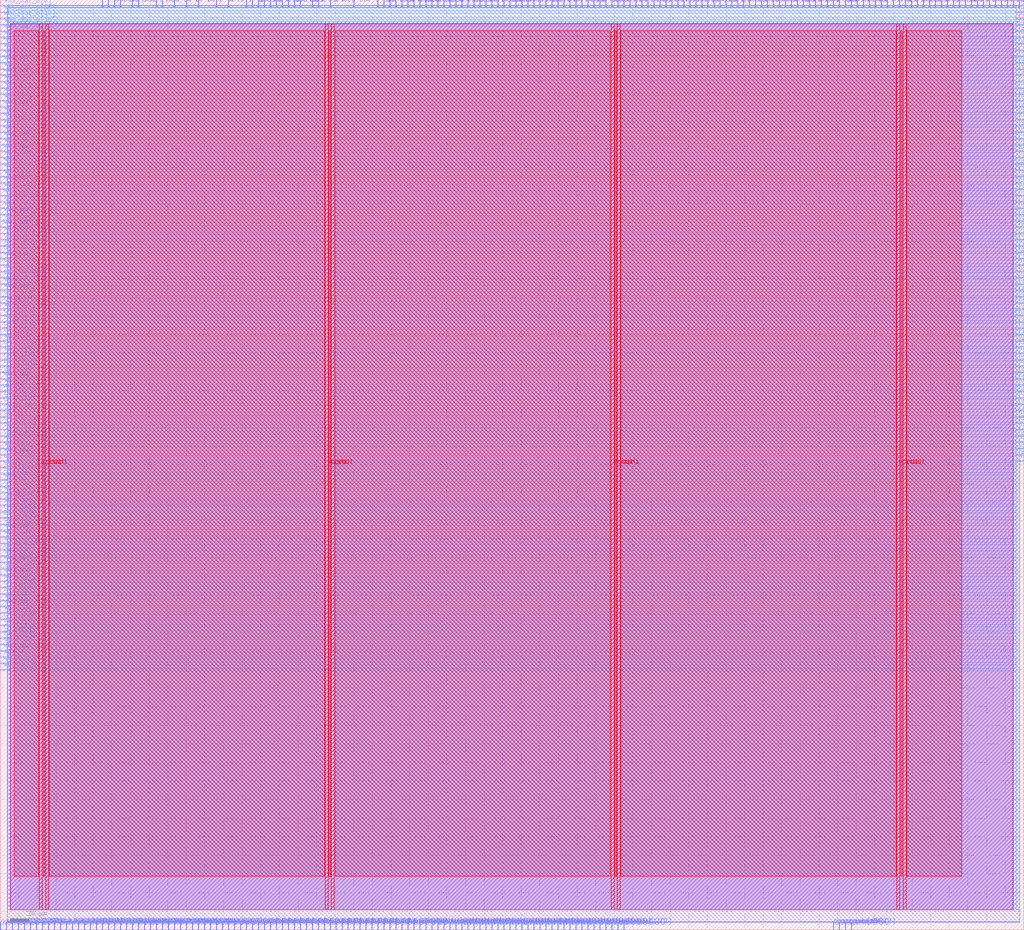
<source format=lef>
VERSION 5.7 ;
  NOWIREEXTENSIONATPIN ON ;
  DIVIDERCHAR "/" ;
  BUSBITCHARS "[]" ;
MACRO team_03_Wrapper
  CLASS BLOCK ;
  FOREIGN team_03_Wrapper ;
  ORIGIN 0.000 0.000 ;
  SIZE 550.000 BY 500.000 ;
  PIN ACK_I
    DIRECTION INPUT ;
    USE SIGNAL ;
    ANTENNAGATEAREA 0.247500 ;
    ANTENNADIFFAREA 0.434700 ;
    PORT
      LAYER met3 ;
        RECT 0.000 146.240 4.000 146.840 ;
    END
  END ACK_I
  PIN ADR_O[0]
    DIRECTION OUTPUT ;
    USE SIGNAL ;
    ANTENNADIFFAREA 0.795200 ;
    PORT
      LAYER met2 ;
        RECT 251.250 496.000 251.530 500.000 ;
    END
  END ADR_O[0]
  PIN ADR_O[10]
    DIRECTION OUTPUT ;
    USE SIGNAL ;
    ANTENNADIFFAREA 0.795200 ;
    PORT
      LAYER met2 ;
        RECT 325.310 496.000 325.590 500.000 ;
    END
  END ADR_O[10]
  PIN ADR_O[11]
    DIRECTION OUTPUT ;
    USE SIGNAL ;
    ANTENNADIFFAREA 0.795200 ;
    PORT
      LAYER met2 ;
        RECT 270.570 496.000 270.850 500.000 ;
    END
  END ADR_O[11]
  PIN ADR_O[12]
    DIRECTION OUTPUT ;
    USE SIGNAL ;
    ANTENNADIFFAREA 0.795200 ;
    PORT
      LAYER met2 ;
        RECT 257.690 496.000 257.970 500.000 ;
    END
  END ADR_O[12]
  PIN ADR_O[13]
    DIRECTION OUTPUT ;
    USE SIGNAL ;
    ANTENNADIFFAREA 0.795200 ;
    PORT
      LAYER met2 ;
        RECT 235.150 496.000 235.430 500.000 ;
    END
  END ADR_O[13]
  PIN ADR_O[14]
    DIRECTION OUTPUT ;
    USE SIGNAL ;
    ANTENNADIFFAREA 0.795200 ;
    PORT
      LAYER met2 ;
        RECT 248.030 496.000 248.310 500.000 ;
    END
  END ADR_O[14]
  PIN ADR_O[15]
    DIRECTION OUTPUT ;
    USE SIGNAL ;
    ANTENNADIFFAREA 0.795200 ;
    PORT
      LAYER met2 ;
        RECT 222.270 496.000 222.550 500.000 ;
    END
  END ADR_O[15]
  PIN ADR_O[16]
    DIRECTION OUTPUT ;
    USE SIGNAL ;
    ANTENNADIFFAREA 0.795200 ;
    PORT
      LAYER met2 ;
        RECT 212.610 496.000 212.890 500.000 ;
    END
  END ADR_O[16]
  PIN ADR_O[17]
    DIRECTION OUTPUT ;
    USE SIGNAL ;
    ANTENNADIFFAREA 0.795200 ;
    PORT
      LAYER met2 ;
        RECT 190.070 496.000 190.350 500.000 ;
    END
  END ADR_O[17]
  PIN ADR_O[18]
    DIRECTION OUTPUT ;
    USE SIGNAL ;
    ANTENNADIFFAREA 0.445500 ;
    PORT
      LAYER met3 ;
        RECT 0.000 289.040 4.000 289.640 ;
    END
  END ADR_O[18]
  PIN ADR_O[19]
    DIRECTION OUTPUT ;
    USE SIGNAL ;
    ANTENNADIFFAREA 0.795200 ;
    PORT
      LAYER met2 ;
        RECT 99.910 496.000 100.190 500.000 ;
    END
  END ADR_O[19]
  PIN ADR_O[1]
    DIRECTION OUTPUT ;
    USE SIGNAL ;
    ANTENNADIFFAREA 0.795200 ;
    PORT
      LAYER met2 ;
        RECT 344.630 496.000 344.910 500.000 ;
    END
  END ADR_O[1]
  PIN ADR_O[20]
    DIRECTION OUTPUT ;
    USE SIGNAL ;
    ANTENNADIFFAREA 0.795200 ;
    PORT
      LAYER met2 ;
        RECT 70.930 496.000 71.210 500.000 ;
    END
  END ADR_O[20]
  PIN ADR_O[21]
    DIRECTION OUTPUT ;
    USE SIGNAL ;
    ANTENNADIFFAREA 0.795200 ;
    PORT
      LAYER met2 ;
        RECT 87.030 496.000 87.310 500.000 ;
    END
  END ADR_O[21]
  PIN ADR_O[22]
    DIRECTION OUTPUT ;
    USE SIGNAL ;
    ANTENNADIFFAREA 0.795200 ;
    PORT
      LAYER met2 ;
        RECT 135.330 496.000 135.610 500.000 ;
    END
  END ADR_O[22]
  PIN ADR_O[23]
    DIRECTION OUTPUT ;
    USE SIGNAL ;
    ANTENNADIFFAREA 0.795200 ;
    PORT
      LAYER met2 ;
        RECT 122.450 496.000 122.730 500.000 ;
    END
  END ADR_O[23]
  PIN ADR_O[24]
    DIRECTION OUTPUT ;
    USE SIGNAL ;
    ANTENNADIFFAREA 0.795200 ;
    PORT
      LAYER met2 ;
        RECT 202.950 496.000 203.230 500.000 ;
    END
  END ADR_O[24]
  PIN ADR_O[25]
    DIRECTION OUTPUT ;
    USE SIGNAL ;
    ANTENNADIFFAREA 0.795200 ;
    PORT
      LAYER met2 ;
        RECT 177.190 496.000 177.470 500.000 ;
    END
  END ADR_O[25]
  PIN ADR_O[26]
    DIRECTION OUTPUT ;
    USE SIGNAL ;
    ANTENNADIFFAREA 0.795200 ;
    PORT
      LAYER met2 ;
        RECT 161.090 496.000 161.370 500.000 ;
    END
  END ADR_O[26]
  PIN ADR_O[27]
    DIRECTION OUTPUT ;
    USE SIGNAL ;
    ANTENNADIFFAREA 0.795200 ;
    PORT
      LAYER met2 ;
        RECT 141.770 496.000 142.050 500.000 ;
    END
  END ADR_O[27]
  PIN ADR_O[28]
    DIRECTION OUTPUT ;
    USE SIGNAL ;
    ANTENNADIFFAREA 0.795200 ;
    PORT
      LAYER met2 ;
        RECT 106.350 496.000 106.630 500.000 ;
    END
  END ADR_O[28]
  PIN ADR_O[29]
    DIRECTION OUTPUT ;
    USE SIGNAL ;
    ANTENNADIFFAREA 0.795200 ;
    PORT
      LAYER met2 ;
        RECT 93.470 496.000 93.750 500.000 ;
    END
  END ADR_O[29]
  PIN ADR_O[2]
    DIRECTION OUTPUT ;
    USE SIGNAL ;
    ANTENNADIFFAREA 0.795200 ;
    PORT
      LAYER met2 ;
        RECT 309.210 496.000 309.490 500.000 ;
    END
  END ADR_O[2]
  PIN ADR_O[30]
    DIRECTION OUTPUT ;
    USE SIGNAL ;
    ANTENNADIFFAREA 0.795200 ;
    PORT
      LAYER met2 ;
        RECT 74.150 496.000 74.430 500.000 ;
    END
  END ADR_O[30]
  PIN ADR_O[31]
    DIRECTION OUTPUT ;
    USE SIGNAL ;
    ANTENNADIFFAREA 0.795200 ;
    PORT
      LAYER met2 ;
        RECT 83.810 496.000 84.090 500.000 ;
    END
  END ADR_O[31]
  PIN ADR_O[3]
    DIRECTION OUTPUT ;
    USE SIGNAL ;
    ANTENNADIFFAREA 0.795200 ;
    PORT
      LAYER met2 ;
        RECT 293.110 496.000 293.390 500.000 ;
    END
  END ADR_O[3]
  PIN ADR_O[4]
    DIRECTION OUTPUT ;
    USE SIGNAL ;
    ANTENNADIFFAREA 0.795200 ;
    PORT
      LAYER met2 ;
        RECT 286.670 496.000 286.950 500.000 ;
    END
  END ADR_O[4]
  PIN ADR_O[5]
    DIRECTION OUTPUT ;
    USE SIGNAL ;
    ANTENNADIFFAREA 0.795200 ;
    PORT
      LAYER met2 ;
        RECT 399.370 496.000 399.650 500.000 ;
    END
  END ADR_O[5]
  PIN ADR_O[6]
    DIRECTION OUTPUT ;
    USE SIGNAL ;
    ANTENNADIFFAREA 0.795200 ;
    PORT
      LAYER met2 ;
        RECT 386.490 496.000 386.770 500.000 ;
    END
  END ADR_O[6]
  PIN ADR_O[7]
    DIRECTION OUTPUT ;
    USE SIGNAL ;
    ANTENNADIFFAREA 0.795200 ;
    PORT
      LAYER met2 ;
        RECT 370.390 496.000 370.670 500.000 ;
    END
  END ADR_O[7]
  PIN ADR_O[8]
    DIRECTION OUTPUT ;
    USE SIGNAL ;
    ANTENNADIFFAREA 0.795200 ;
    PORT
      LAYER met2 ;
        RECT 267.350 496.000 267.630 500.000 ;
    END
  END ADR_O[8]
  PIN ADR_O[9]
    DIRECTION OUTPUT ;
    USE SIGNAL ;
    ANTENNADIFFAREA 0.795200 ;
    PORT
      LAYER met2 ;
        RECT 351.070 496.000 351.350 500.000 ;
    END
  END ADR_O[9]
  PIN CYC_O
    DIRECTION OUTPUT ;
    USE SIGNAL ;
    ANTENNADIFFAREA 0.795200 ;
    PORT
      LAYER met2 ;
        RECT 376.830 496.000 377.110 500.000 ;
    END
  END CYC_O
  PIN DAT_I[0]
    DIRECTION INPUT ;
    USE SIGNAL ;
    ANTENNAGATEAREA 0.196500 ;
    ANTENNADIFFAREA 0.434700 ;
    PORT
      LAYER met3 ;
        RECT 0.000 183.640 4.000 184.240 ;
    END
  END DAT_I[0]
  PIN DAT_I[10]
    DIRECTION INPUT ;
    USE SIGNAL ;
    ANTENNAGATEAREA 0.196500 ;
    ANTENNADIFFAREA 0.434700 ;
    PORT
      LAYER met3 ;
        RECT 0.000 323.040 4.000 323.640 ;
    END
  END DAT_I[10]
  PIN DAT_I[11]
    DIRECTION INPUT ;
    USE SIGNAL ;
    ANTENNAGATEAREA 0.196500 ;
    ANTENNADIFFAREA 0.434700 ;
    PORT
      LAYER met3 ;
        RECT 0.000 244.840 4.000 245.440 ;
    END
  END DAT_I[11]
  PIN DAT_I[12]
    DIRECTION INPUT ;
    USE SIGNAL ;
    ANTENNAGATEAREA 0.196500 ;
    ANTENNADIFFAREA 0.434700 ;
    PORT
      LAYER met3 ;
        RECT 0.000 363.840 4.000 364.440 ;
    END
  END DAT_I[12]
  PIN DAT_I[13]
    DIRECTION INPUT ;
    USE SIGNAL ;
    ANTENNAGATEAREA 0.196500 ;
    ANTENNADIFFAREA 0.434700 ;
    PORT
      LAYER met2 ;
        RECT 154.650 496.000 154.930 500.000 ;
    END
  END DAT_I[13]
  PIN DAT_I[14]
    DIRECTION INPUT ;
    USE SIGNAL ;
    ANTENNAGATEAREA 0.196500 ;
    ANTENNADIFFAREA 0.434700 ;
    PORT
      LAYER met3 ;
        RECT 0.000 221.040 4.000 221.640 ;
    END
  END DAT_I[14]
  PIN DAT_I[15]
    DIRECTION INPUT ;
    USE SIGNAL ;
    ANTENNAGATEAREA 0.213000 ;
    ANTENNADIFFAREA 0.434700 ;
    PORT
      LAYER met3 ;
        RECT 0.000 159.840 4.000 160.440 ;
    END
  END DAT_I[15]
  PIN DAT_I[16]
    DIRECTION INPUT ;
    USE SIGNAL ;
    ANTENNAGATEAREA 0.196500 ;
    ANTENNADIFFAREA 0.434700 ;
    PORT
      LAYER met3 ;
        RECT 0.000 312.840 4.000 313.440 ;
    END
  END DAT_I[16]
  PIN DAT_I[17]
    DIRECTION INPUT ;
    USE SIGNAL ;
    ANTENNAGATEAREA 0.196500 ;
    ANTENNADIFFAREA 0.434700 ;
    PORT
      LAYER met3 ;
        RECT 0.000 275.440 4.000 276.040 ;
    END
  END DAT_I[17]
  PIN DAT_I[18]
    DIRECTION INPUT ;
    USE SIGNAL ;
    ANTENNAGATEAREA 0.196500 ;
    ANTENNADIFFAREA 0.434700 ;
    PORT
      LAYER met3 ;
        RECT 0.000 350.240 4.000 350.840 ;
    END
  END DAT_I[18]
  PIN DAT_I[19]
    DIRECTION INPUT ;
    USE SIGNAL ;
    ANTENNAGATEAREA 0.196500 ;
    ANTENNADIFFAREA 0.434700 ;
    PORT
      LAYER met3 ;
        RECT 0.000 272.040 4.000 272.640 ;
    END
  END DAT_I[19]
  PIN DAT_I[1]
    DIRECTION INPUT ;
    USE SIGNAL ;
    ANTENNAGATEAREA 0.126000 ;
    ANTENNADIFFAREA 0.434700 ;
    PORT
      LAYER met3 ;
        RECT 0.000 180.240 4.000 180.840 ;
    END
  END DAT_I[1]
  PIN DAT_I[20]
    DIRECTION INPUT ;
    USE SIGNAL ;
    ANTENNAGATEAREA 0.126000 ;
    ANTENNADIFFAREA 0.434700 ;
    PORT
      LAYER met3 ;
        RECT 0.000 238.040 4.000 238.640 ;
    END
  END DAT_I[20]
  PIN DAT_I[21]
    DIRECTION INPUT ;
    USE SIGNAL ;
    ANTENNAGATEAREA 0.196500 ;
    ANTENNADIFFAREA 0.434700 ;
    PORT
      LAYER met3 ;
        RECT 0.000 285.640 4.000 286.240 ;
    END
  END DAT_I[21]
  PIN DAT_I[22]
    DIRECTION INPUT ;
    USE SIGNAL ;
    ANTENNAGATEAREA 0.213000 ;
    ANTENNADIFFAREA 0.434700 ;
    PORT
      LAYER met3 ;
        RECT 0.000 166.640 4.000 167.240 ;
    END
  END DAT_I[22]
  PIN DAT_I[23]
    DIRECTION INPUT ;
    USE SIGNAL ;
    ANTENNAGATEAREA 0.196500 ;
    ANTENNADIFFAREA 0.434700 ;
    PORT
      LAYER met3 ;
        RECT 0.000 268.640 4.000 269.240 ;
    END
  END DAT_I[23]
  PIN DAT_I[24]
    DIRECTION INPUT ;
    USE SIGNAL ;
    ANTENNAGATEAREA 0.126000 ;
    ANTENNADIFFAREA 0.434700 ;
    PORT
      LAYER met3 ;
        RECT 0.000 224.440 4.000 225.040 ;
    END
  END DAT_I[24]
  PIN DAT_I[25]
    DIRECTION INPUT ;
    USE SIGNAL ;
    ANTENNAGATEAREA 0.196500 ;
    ANTENNADIFFAREA 0.434700 ;
    PORT
      LAYER met2 ;
        RECT 116.010 496.000 116.290 500.000 ;
    END
  END DAT_I[25]
  PIN DAT_I[26]
    DIRECTION INPUT ;
    USE SIGNAL ;
    ANTENNAGATEAREA 0.196500 ;
    ANTENNADIFFAREA 0.434700 ;
    PORT
      LAYER met3 ;
        RECT 0.000 357.040 4.000 357.640 ;
    END
  END DAT_I[26]
  PIN DAT_I[27]
    DIRECTION INPUT ;
    USE SIGNAL ;
    ANTENNAGATEAREA 0.196500 ;
    ANTENNADIFFAREA 0.434700 ;
    PORT
      LAYER met2 ;
        RECT 132.110 496.000 132.390 500.000 ;
    END
  END DAT_I[27]
  PIN DAT_I[28]
    DIRECTION INPUT ;
    USE SIGNAL ;
    ANTENNAGATEAREA 0.196500 ;
    ANTENNADIFFAREA 0.434700 ;
    PORT
      LAYER met3 ;
        RECT 0.000 340.040 4.000 340.640 ;
    END
  END DAT_I[28]
  PIN DAT_I[29]
    DIRECTION INPUT ;
    USE SIGNAL ;
    ANTENNAGATEAREA 0.196500 ;
    ANTENNADIFFAREA 0.434700 ;
    PORT
      LAYER met2 ;
        RECT 151.430 496.000 151.710 500.000 ;
    END
  END DAT_I[29]
  PIN DAT_I[2]
    DIRECTION INPUT ;
    USE SIGNAL ;
    ANTENNAGATEAREA 0.196500 ;
    ANTENNADIFFAREA 0.434700 ;
    PORT
      LAYER met3 ;
        RECT 0.000 302.640 4.000 303.240 ;
    END
  END DAT_I[2]
  PIN DAT_I[30]
    DIRECTION INPUT ;
    USE SIGNAL ;
    ANTENNAGATEAREA 0.196500 ;
    ANTENNADIFFAREA 0.434700 ;
    PORT
      LAYER met3 ;
        RECT 0.000 326.440 4.000 327.040 ;
    END
  END DAT_I[30]
  PIN DAT_I[31]
    DIRECTION INPUT ;
    USE SIGNAL ;
    ANTENNAGATEAREA 0.196500 ;
    ANTENNADIFFAREA 0.434700 ;
    PORT
      LAYER met3 ;
        RECT 0.000 309.440 4.000 310.040 ;
    END
  END DAT_I[31]
  PIN DAT_I[3]
    DIRECTION INPUT ;
    USE SIGNAL ;
    ANTENNAGATEAREA 0.196500 ;
    ANTENNADIFFAREA 0.434700 ;
    PORT
      LAYER met3 ;
        RECT 0.000 319.640 4.000 320.240 ;
    END
  END DAT_I[3]
  PIN DAT_I[4]
    DIRECTION INPUT ;
    USE SIGNAL ;
    ANTENNAGATEAREA 0.213000 ;
    ANTENNADIFFAREA 0.434700 ;
    PORT
      LAYER met3 ;
        RECT 0.000 156.440 4.000 157.040 ;
    END
  END DAT_I[4]
  PIN DAT_I[5]
    DIRECTION INPUT ;
    USE SIGNAL ;
    ANTENNAGATEAREA 0.196500 ;
    ANTENNADIFFAREA 0.434700 ;
    PORT
      LAYER met3 ;
        RECT 0.000 251.640 4.000 252.240 ;
    END
  END DAT_I[5]
  PIN DAT_I[6]
    DIRECTION INPUT ;
    USE SIGNAL ;
    ANTENNAGATEAREA 0.213000 ;
    ANTENNADIFFAREA 0.434700 ;
    PORT
      LAYER met3 ;
        RECT 0.000 163.240 4.000 163.840 ;
    END
  END DAT_I[6]
  PIN DAT_I[7]
    DIRECTION INPUT ;
    USE SIGNAL ;
    ANTENNAGATEAREA 0.196500 ;
    ANTENNADIFFAREA 0.434700 ;
    PORT
      LAYER met3 ;
        RECT 0.000 282.240 4.000 282.840 ;
    END
  END DAT_I[7]
  PIN DAT_I[8]
    DIRECTION INPUT ;
    USE SIGNAL ;
    ANTENNAGATEAREA 0.196500 ;
    ANTENNADIFFAREA 0.434700 ;
    PORT
      LAYER met3 ;
        RECT 0.000 329.840 4.000 330.440 ;
    END
  END DAT_I[8]
  PIN DAT_I[9]
    DIRECTION INPUT ;
    USE SIGNAL ;
    ANTENNAGATEAREA 0.196500 ;
    ANTENNADIFFAREA 0.434700 ;
    PORT
      LAYER met3 ;
        RECT 0.000 306.040 4.000 306.640 ;
    END
  END DAT_I[9]
  PIN DAT_O[0]
    DIRECTION OUTPUT ;
    USE SIGNAL ;
    ANTENNADIFFAREA 0.445500 ;
    PORT
      LAYER met3 ;
        RECT 546.000 251.640 550.000 252.240 ;
    END
  END DAT_O[0]
  PIN DAT_O[10]
    DIRECTION OUTPUT ;
    USE SIGNAL ;
    ANTENNADIFFAREA 0.795200 ;
    PORT
      LAYER met3 ;
        RECT 546.000 496.440 550.000 497.040 ;
    END
  END DAT_O[10]
  PIN DAT_O[11]
    DIRECTION OUTPUT ;
    USE SIGNAL ;
    ANTENNADIFFAREA 0.445500 ;
    PORT
      LAYER met3 ;
        RECT 546.000 268.640 550.000 269.240 ;
    END
  END DAT_O[11]
  PIN DAT_O[12]
    DIRECTION OUTPUT ;
    USE SIGNAL ;
    ANTENNADIFFAREA 0.445500 ;
    PORT
      LAYER met3 ;
        RECT 546.000 394.440 550.000 395.040 ;
    END
  END DAT_O[12]
  PIN DAT_O[13]
    DIRECTION OUTPUT ;
    USE SIGNAL ;
    ANTENNADIFFAREA 0.445500 ;
    PORT
      LAYER met3 ;
        RECT 546.000 261.840 550.000 262.440 ;
    END
  END DAT_O[13]
  PIN DAT_O[14]
    DIRECTION OUTPUT ;
    USE SIGNAL ;
    ANTENNADIFFAREA 0.445500 ;
    PORT
      LAYER met3 ;
        RECT 546.000 374.040 550.000 374.640 ;
    END
  END DAT_O[14]
  PIN DAT_O[15]
    DIRECTION OUTPUT ;
    USE SIGNAL ;
    ANTENNADIFFAREA 0.445500 ;
    PORT
      LAYER met3 ;
        RECT 546.000 360.440 550.000 361.040 ;
    END
  END DAT_O[15]
  PIN DAT_O[16]
    DIRECTION OUTPUT ;
    USE SIGNAL ;
    ANTENNADIFFAREA 0.445500 ;
    PORT
      LAYER met3 ;
        RECT 546.000 312.840 550.000 313.440 ;
    END
  END DAT_O[16]
  PIN DAT_O[17]
    DIRECTION OUTPUT ;
    USE SIGNAL ;
    ANTENNADIFFAREA 0.445500 ;
    PORT
      LAYER met3 ;
        RECT 546.000 309.440 550.000 310.040 ;
    END
  END DAT_O[17]
  PIN DAT_O[18]
    DIRECTION OUTPUT ;
    USE SIGNAL ;
    ANTENNADIFFAREA 0.795200 ;
    PORT
      LAYER met3 ;
        RECT 546.000 493.040 550.000 493.640 ;
    END
  END DAT_O[18]
  PIN DAT_O[19]
    DIRECTION OUTPUT ;
    USE SIGNAL ;
    ANTENNADIFFAREA 0.445500 ;
    PORT
      LAYER met3 ;
        RECT 546.000 275.440 550.000 276.040 ;
    END
  END DAT_O[19]
  PIN DAT_O[1]
    DIRECTION OUTPUT ;
    USE SIGNAL ;
    ANTENNADIFFAREA 0.445500 ;
    PORT
      LAYER met3 ;
        RECT 546.000 306.040 550.000 306.640 ;
    END
  END DAT_O[1]
  PIN DAT_O[20]
    DIRECTION OUTPUT ;
    USE SIGNAL ;
    ANTENNADIFFAREA 0.445500 ;
    PORT
      LAYER met3 ;
        RECT 546.000 479.440 550.000 480.040 ;
    END
  END DAT_O[20]
  PIN DAT_O[21]
    DIRECTION OUTPUT ;
    USE SIGNAL ;
    ANTENNADIFFAREA 0.445500 ;
    PORT
      LAYER met3 ;
        RECT 546.000 401.240 550.000 401.840 ;
    END
  END DAT_O[21]
  PIN DAT_O[22]
    DIRECTION OUTPUT ;
    USE SIGNAL ;
    ANTENNADIFFAREA 0.445500 ;
    PORT
      LAYER met3 ;
        RECT 546.000 428.440 550.000 429.040 ;
    END
  END DAT_O[22]
  PIN DAT_O[23]
    DIRECTION OUTPUT ;
    USE SIGNAL ;
    ANTENNADIFFAREA 0.795200 ;
    PORT
      LAYER met2 ;
        RECT 380.050 496.000 380.330 500.000 ;
    END
  END DAT_O[23]
  PIN DAT_O[24]
    DIRECTION OUTPUT ;
    USE SIGNAL ;
    ANTENNADIFFAREA 0.445500 ;
    PORT
      LAYER met3 ;
        RECT 546.000 425.040 550.000 425.640 ;
    END
  END DAT_O[24]
  PIN DAT_O[25]
    DIRECTION OUTPUT ;
    USE SIGNAL ;
    ANTENNADIFFAREA 0.445500 ;
    PORT
      LAYER met3 ;
        RECT 546.000 489.640 550.000 490.240 ;
    END
  END DAT_O[25]
  PIN DAT_O[26]
    DIRECTION OUTPUT ;
    USE SIGNAL ;
    ANTENNADIFFAREA 0.795200 ;
    PORT
      LAYER met2 ;
        RECT 418.690 496.000 418.970 500.000 ;
    END
  END DAT_O[26]
  PIN DAT_O[27]
    DIRECTION OUTPUT ;
    USE SIGNAL ;
    ANTENNADIFFAREA 0.445500 ;
    PORT
      LAYER met3 ;
        RECT 546.000 472.640 550.000 473.240 ;
    END
  END DAT_O[27]
  PIN DAT_O[28]
    DIRECTION OUTPUT ;
    USE SIGNAL ;
    ANTENNADIFFAREA 0.795200 ;
    PORT
      LAYER met2 ;
        RECT 460.550 496.000 460.830 500.000 ;
    END
  END DAT_O[28]
  PIN DAT_O[29]
    DIRECTION OUTPUT ;
    USE SIGNAL ;
    ANTENNADIFFAREA 0.795200 ;
    PORT
      LAYER met2 ;
        RECT 447.670 496.000 447.950 500.000 ;
    END
  END DAT_O[29]
  PIN DAT_O[2]
    DIRECTION OUTPUT ;
    USE SIGNAL ;
    ANTENNADIFFAREA 0.445500 ;
    PORT
      LAYER met3 ;
        RECT 546.000 272.040 550.000 272.640 ;
    END
  END DAT_O[2]
  PIN DAT_O[30]
    DIRECTION OUTPUT ;
    USE SIGNAL ;
    ANTENNADIFFAREA 0.795200 ;
    PORT
      LAYER met2 ;
        RECT 402.590 496.000 402.870 500.000 ;
    END
  END DAT_O[30]
  PIN DAT_O[31]
    DIRECTION OUTPUT ;
    USE SIGNAL ;
    ANTENNADIFFAREA 0.445500 ;
    PORT
      LAYER met3 ;
        RECT 546.000 455.640 550.000 456.240 ;
    END
  END DAT_O[31]
  PIN DAT_O[3]
    DIRECTION OUTPUT ;
    USE SIGNAL ;
    ANTENNADIFFAREA 0.445500 ;
    PORT
      LAYER met3 ;
        RECT 546.000 285.640 550.000 286.240 ;
    END
  END DAT_O[3]
  PIN DAT_O[4]
    DIRECTION OUTPUT ;
    USE SIGNAL ;
    ANTENNADIFFAREA 0.445500 ;
    PORT
      LAYER met3 ;
        RECT 546.000 370.640 550.000 371.240 ;
    END
  END DAT_O[4]
  PIN DAT_O[5]
    DIRECTION OUTPUT ;
    USE SIGNAL ;
    ANTENNADIFFAREA 0.445500 ;
    PORT
      LAYER met3 ;
        RECT 546.000 452.240 550.000 452.840 ;
    END
  END DAT_O[5]
  PIN DAT_O[6]
    DIRECTION OUTPUT ;
    USE SIGNAL ;
    ANTENNADIFFAREA 0.445500 ;
    PORT
      LAYER met3 ;
        RECT 546.000 408.040 550.000 408.640 ;
    END
  END DAT_O[6]
  PIN DAT_O[7]
    DIRECTION OUTPUT ;
    USE SIGNAL ;
    ANTENNADIFFAREA 0.445500 ;
    PORT
      LAYER met3 ;
        RECT 546.000 397.840 550.000 398.440 ;
    END
  END DAT_O[7]
  PIN DAT_O[8]
    DIRECTION OUTPUT ;
    USE SIGNAL ;
    ANTENNADIFFAREA 0.445500 ;
    PORT
      LAYER met3 ;
        RECT 546.000 302.640 550.000 303.240 ;
    END
  END DAT_O[8]
  PIN DAT_O[9]
    DIRECTION OUTPUT ;
    USE SIGNAL ;
    ANTENNADIFFAREA 0.445500 ;
    PORT
      LAYER met3 ;
        RECT 546.000 435.240 550.000 435.840 ;
    END
  END DAT_O[9]
  PIN SEL_O[0]
    DIRECTION OUTPUT ;
    USE SIGNAL ;
    ANTENNADIFFAREA 0.795200 ;
    PORT
      LAYER met2 ;
        RECT 64.490 496.000 64.770 500.000 ;
    END
  END SEL_O[0]
  PIN SEL_O[1]
    DIRECTION OUTPUT ;
    USE SIGNAL ;
    ANTENNADIFFAREA 0.795200 ;
    PORT
      LAYER met2 ;
        RECT 58.050 496.000 58.330 500.000 ;
    END
  END SEL_O[1]
  PIN SEL_O[2]
    DIRECTION OUTPUT ;
    USE SIGNAL ;
    ANTENNADIFFAREA 0.795200 ;
    PORT
      LAYER met2 ;
        RECT 61.270 496.000 61.550 500.000 ;
    END
  END SEL_O[2]
  PIN SEL_O[3]
    DIRECTION OUTPUT ;
    USE SIGNAL ;
    ANTENNADIFFAREA 0.795200 ;
    PORT
      LAYER met2 ;
        RECT 54.830 496.000 55.110 500.000 ;
    END
  END SEL_O[3]
  PIN STB_O
    DIRECTION OUTPUT ;
    USE SIGNAL ;
    ANTENNADIFFAREA 0.795200 ;
    PORT
      LAYER met2 ;
        RECT 338.190 496.000 338.470 500.000 ;
    END
  END STB_O
  PIN WE_O
    DIRECTION OUTPUT ;
    USE SIGNAL ;
    ANTENNADIFFAREA 0.795200 ;
    PORT
      LAYER met2 ;
        RECT 466.990 496.000 467.270 500.000 ;
    END
  END WE_O
  PIN gpio_in[0]
    DIRECTION INPUT ;
    USE SIGNAL ;
    ANTENNAGATEAREA 0.196500 ;
    ANTENNADIFFAREA 0.434700 ;
    PORT
      LAYER met2 ;
        RECT 215.830 496.000 216.110 500.000 ;
    END
  END gpio_in[0]
  PIN gpio_in[10]
    DIRECTION INPUT ;
    USE SIGNAL ;
    ANTENNAGATEAREA 0.196500 ;
    ANTENNADIFFAREA 0.434700 ;
    PORT
      LAYER met2 ;
        RECT 273.790 496.000 274.070 500.000 ;
    END
  END gpio_in[10]
  PIN gpio_in[11]
    DIRECTION INPUT ;
    USE SIGNAL ;
    ANTENNAGATEAREA 0.196500 ;
    ANTENNADIFFAREA 0.434700 ;
    PORT
      LAYER met2 ;
        RECT 206.170 496.000 206.450 500.000 ;
    END
  END gpio_in[11]
  PIN gpio_in[12]
    DIRECTION INPUT ;
    USE SIGNAL ;
    ANTENNAGATEAREA 0.196500 ;
    ANTENNADIFFAREA 0.434700 ;
    PORT
      LAYER met2 ;
        RECT 228.710 496.000 228.990 500.000 ;
    END
  END gpio_in[12]
  PIN gpio_in[13]
    DIRECTION INPUT ;
    USE SIGNAL ;
    ANTENNAGATEAREA 0.196500 ;
    ANTENNADIFFAREA 0.434700 ;
    PORT
      LAYER met2 ;
        RECT 209.390 496.000 209.670 500.000 ;
    END
  END gpio_in[13]
  PIN gpio_in[14]
    DIRECTION INPUT ;
    USE SIGNAL ;
    ANTENNAGATEAREA 0.196500 ;
    ANTENNADIFFAREA 0.434700 ;
    PORT
      LAYER met3 ;
        RECT 0.000 299.240 4.000 299.840 ;
    END
  END gpio_in[14]
  PIN gpio_in[15]
    DIRECTION INPUT ;
    USE SIGNAL ;
    ANTENNAGATEAREA 0.196500 ;
    ANTENNADIFFAREA 0.434700 ;
    PORT
      LAYER met2 ;
        RECT 225.490 496.000 225.770 500.000 ;
    END
  END gpio_in[15]
  PIN gpio_in[16]
    DIRECTION INPUT ;
    USE SIGNAL ;
    ANTENNAGATEAREA 0.196500 ;
    ANTENNADIFFAREA 0.434700 ;
    PORT
      LAYER met3 ;
        RECT 0.000 193.840 4.000 194.440 ;
    END
  END gpio_in[16]
  PIN gpio_in[17]
    DIRECTION INPUT ;
    USE SIGNAL ;
    ANTENNAGATEAREA 0.196500 ;
    ANTENNADIFFAREA 0.434700 ;
    PORT
      LAYER met3 ;
        RECT 0.000 231.240 4.000 231.840 ;
    END
  END gpio_in[17]
  PIN gpio_in[18]
    DIRECTION INPUT ;
    USE SIGNAL ;
    ANTENNAGATEAREA 0.196500 ;
    ANTENNADIFFAREA 0.434700 ;
    PORT
      LAYER met2 ;
        RECT 167.530 496.000 167.810 500.000 ;
    END
  END gpio_in[18]
  PIN gpio_in[19]
    DIRECTION INPUT ;
    USE SIGNAL ;
    ANTENNAGATEAREA 0.196500 ;
    ANTENNADIFFAREA 0.434700 ;
    PORT
      LAYER met2 ;
        RECT 170.750 496.000 171.030 500.000 ;
    END
  END gpio_in[19]
  PIN gpio_in[1]
    DIRECTION INPUT ;
    USE SIGNAL ;
    PORT
      LAYER met2 ;
        RECT 0.090 0.000 0.370 4.000 ;
    END
  END gpio_in[1]
  PIN gpio_in[20]
    DIRECTION INPUT ;
    USE SIGNAL ;
    ANTENNAGATEAREA 0.196500 ;
    ANTENNADIFFAREA 0.434700 ;
    PORT
      LAYER met2 ;
        RECT 231.930 496.000 232.210 500.000 ;
    END
  END gpio_in[20]
  PIN gpio_in[21]
    DIRECTION INPUT ;
    USE SIGNAL ;
    ANTENNAGATEAREA 0.196500 ;
    ANTENNADIFFAREA 0.434700 ;
    PORT
      LAYER met2 ;
        RECT 219.050 496.000 219.330 500.000 ;
    END
  END gpio_in[21]
  PIN gpio_in[22]
    DIRECTION INPUT ;
    USE SIGNAL ;
    ANTENNAGATEAREA 0.196500 ;
    ANTENNADIFFAREA 0.434700 ;
    PORT
      LAYER met3 ;
        RECT 0.000 204.040 4.000 204.640 ;
    END
  END gpio_in[22]
  PIN gpio_in[23]
    DIRECTION INPUT ;
    USE SIGNAL ;
    ANTENNAGATEAREA 0.196500 ;
    ANTENNADIFFAREA 0.434700 ;
    PORT
      LAYER met3 ;
        RECT 0.000 336.640 4.000 337.240 ;
    END
  END gpio_in[23]
  PIN gpio_in[24]
    DIRECTION INPUT ;
    USE SIGNAL ;
    ANTENNAGATEAREA 0.196500 ;
    ANTENNADIFFAREA 0.434700 ;
    PORT
      LAYER met3 ;
        RECT 0.000 278.840 4.000 279.440 ;
    END
  END gpio_in[24]
  PIN gpio_in[25]
    DIRECTION INPUT ;
    USE SIGNAL ;
    ANTENNAGATEAREA 0.196500 ;
    ANTENNADIFFAREA 0.434700 ;
    PORT
      LAYER met3 ;
        RECT 0.000 367.240 4.000 367.840 ;
    END
  END gpio_in[25]
  PIN gpio_in[26]
    DIRECTION INPUT ;
    USE SIGNAL ;
    ANTENNAGATEAREA 0.196500 ;
    ANTENNADIFFAREA 0.434700 ;
    PORT
      LAYER met2 ;
        RECT 138.550 496.000 138.830 500.000 ;
    END
  END gpio_in[26]
  PIN gpio_in[27]
    DIRECTION INPUT ;
    USE SIGNAL ;
    ANTENNAGATEAREA 0.196500 ;
    ANTENNADIFFAREA 0.434700 ;
    PORT
      LAYER met2 ;
        RECT 157.870 496.000 158.150 500.000 ;
    END
  END gpio_in[27]
  PIN gpio_in[28]
    DIRECTION INPUT ;
    USE SIGNAL ;
    ANTENNAGATEAREA 0.196500 ;
    ANTENNADIFFAREA 0.434700 ;
    PORT
      LAYER met3 ;
        RECT 0.000 370.640 4.000 371.240 ;
    END
  END gpio_in[28]
  PIN gpio_in[29]
    DIRECTION INPUT ;
    USE SIGNAL ;
    ANTENNAGATEAREA 0.196500 ;
    ANTENNADIFFAREA 0.434700 ;
    PORT
      LAYER met3 ;
        RECT 0.000 153.040 4.000 153.640 ;
    END
  END gpio_in[29]
  PIN gpio_in[2]
    DIRECTION INPUT ;
    USE SIGNAL ;
    PORT
      LAYER met2 ;
        RECT 3.310 0.000 3.590 4.000 ;
    END
  END gpio_in[2]
  PIN gpio_in[30]
    DIRECTION INPUT ;
    USE SIGNAL ;
    ANTENNAGATEAREA 0.196500 ;
    ANTENNADIFFAREA 0.434700 ;
    PORT
      LAYER met3 ;
        RECT 0.000 391.040 4.000 391.640 ;
    END
  END gpio_in[30]
  PIN gpio_in[31]
    DIRECTION INPUT ;
    USE SIGNAL ;
    ANTENNAGATEAREA 0.196500 ;
    ANTENNADIFFAREA 0.434700 ;
    PORT
      LAYER met2 ;
        RECT 144.990 496.000 145.270 500.000 ;
    END
  END gpio_in[31]
  PIN gpio_in[32]
    DIRECTION INPUT ;
    USE SIGNAL ;
    ANTENNAGATEAREA 0.196500 ;
    ANTENNADIFFAREA 0.434700 ;
    PORT
      LAYER met3 ;
        RECT 0.000 380.840 4.000 381.440 ;
    END
  END gpio_in[32]
  PIN gpio_in[33]
    DIRECTION INPUT ;
    USE SIGNAL ;
    ANTENNAGATEAREA 0.196500 ;
    ANTENNADIFFAREA 0.434700 ;
    PORT
      LAYER met2 ;
        RECT 148.210 496.000 148.490 500.000 ;
    END
  END gpio_in[33]
  PIN gpio_in[34]
    DIRECTION INPUT ;
    USE SIGNAL ;
    ANTENNAGATEAREA 0.196500 ;
    ANTENNADIFFAREA 0.434700 ;
    PORT
      LAYER met3 ;
        RECT 0.000 265.240 4.000 265.840 ;
    END
  END gpio_in[34]
  PIN gpio_in[35]
    DIRECTION INPUT ;
    USE SIGNAL ;
    ANTENNAGATEAREA 0.196500 ;
    ANTENNADIFFAREA 0.434700 ;
    PORT
      LAYER met3 ;
        RECT 0.000 217.640 4.000 218.240 ;
    END
  END gpio_in[35]
  PIN gpio_in[36]
    DIRECTION INPUT ;
    USE SIGNAL ;
    PORT
      LAYER met2 ;
        RECT 6.530 0.000 6.810 4.000 ;
    END
  END gpio_in[36]
  PIN gpio_in[37]
    DIRECTION INPUT ;
    USE SIGNAL ;
    PORT
      LAYER met2 ;
        RECT 9.750 0.000 10.030 4.000 ;
    END
  END gpio_in[37]
  PIN gpio_in[3]
    DIRECTION INPUT ;
    USE SIGNAL ;
    PORT
      LAYER met2 ;
        RECT 12.970 0.000 13.250 4.000 ;
    END
  END gpio_in[3]
  PIN gpio_in[4]
    DIRECTION INPUT ;
    USE SIGNAL ;
    PORT
      LAYER met2 ;
        RECT 16.190 0.000 16.470 4.000 ;
    END
  END gpio_in[4]
  PIN gpio_in[5]
    DIRECTION INPUT ;
    USE SIGNAL ;
    ANTENNAGATEAREA 0.196500 ;
    ANTENNADIFFAREA 0.434700 ;
    PORT
      LAYER met2 ;
        RECT 238.370 496.000 238.650 500.000 ;
    END
  END gpio_in[5]
  PIN gpio_in[6]
    DIRECTION INPUT ;
    USE SIGNAL ;
    ANTENNAGATEAREA 0.196500 ;
    ANTENNADIFFAREA 0.434700 ;
    PORT
      LAYER met2 ;
        RECT 241.590 496.000 241.870 500.000 ;
    END
  END gpio_in[6]
  PIN gpio_in[7]
    DIRECTION INPUT ;
    USE SIGNAL ;
    ANTENNAGATEAREA 0.196500 ;
    ANTENNADIFFAREA 0.434700 ;
    PORT
      LAYER met2 ;
        RECT 277.010 496.000 277.290 500.000 ;
    END
  END gpio_in[7]
  PIN gpio_in[8]
    DIRECTION INPUT ;
    USE SIGNAL ;
    ANTENNAGATEAREA 0.196500 ;
    ANTENNADIFFAREA 0.434700 ;
    PORT
      LAYER met2 ;
        RECT 260.910 496.000 261.190 500.000 ;
    END
  END gpio_in[8]
  PIN gpio_in[9]
    DIRECTION INPUT ;
    USE SIGNAL ;
    ANTENNAGATEAREA 0.196500 ;
    ANTENNADIFFAREA 0.434700 ;
    PORT
      LAYER met2 ;
        RECT 244.810 496.000 245.090 500.000 ;
    END
  END gpio_in[9]
  PIN gpio_oeb[0]
    DIRECTION OUTPUT ;
    USE SIGNAL ;
    ANTENNADIFFAREA 0.445500 ;
    PORT
      LAYER met3 ;
        RECT 546.000 316.240 550.000 316.840 ;
    END
  END gpio_oeb[0]
  PIN gpio_oeb[10]
    DIRECTION OUTPUT ;
    USE SIGNAL ;
    ANTENNADIFFAREA 0.795200 ;
    PORT
      LAYER met2 ;
        RECT 434.790 496.000 435.070 500.000 ;
    END
  END gpio_oeb[10]
  PIN gpio_oeb[11]
    DIRECTION OUTPUT ;
    USE SIGNAL ;
    ANTENNADIFFAREA 0.445500 ;
    PORT
      LAYER met3 ;
        RECT 546.000 414.840 550.000 415.440 ;
    END
  END gpio_oeb[11]
  PIN gpio_oeb[12]
    DIRECTION OUTPUT ;
    USE SIGNAL ;
    ANTENNADIFFAREA 0.445500 ;
    PORT
      LAYER met3 ;
        RECT 546.000 353.640 550.000 354.240 ;
    END
  END gpio_oeb[12]
  PIN gpio_oeb[13]
    DIRECTION OUTPUT ;
    USE SIGNAL ;
    ANTENNADIFFAREA 0.445500 ;
    PORT
      LAYER met3 ;
        RECT 546.000 431.840 550.000 432.440 ;
    END
  END gpio_oeb[13]
  PIN gpio_oeb[14]
    DIRECTION OUTPUT ;
    USE SIGNAL ;
    ANTENNADIFFAREA 0.795200 ;
    PORT
      LAYER met2 ;
        RECT 392.930 496.000 393.210 500.000 ;
    END
  END gpio_oeb[14]
  PIN gpio_oeb[15]
    DIRECTION OUTPUT ;
    USE SIGNAL ;
    ANTENNADIFFAREA 0.445500 ;
    PORT
      LAYER met3 ;
        RECT 546.000 377.440 550.000 378.040 ;
    END
  END gpio_oeb[15]
  PIN gpio_oeb[16]
    DIRECTION OUTPUT ;
    USE SIGNAL ;
    ANTENNADIFFAREA 0.445500 ;
    PORT
      LAYER met3 ;
        RECT 546.000 258.440 550.000 259.040 ;
    END
  END gpio_oeb[16]
  PIN gpio_oeb[17]
    DIRECTION OUTPUT ;
    USE SIGNAL ;
    ANTENNADIFFAREA 0.445500 ;
    PORT
      LAYER met3 ;
        RECT 546.000 265.240 550.000 265.840 ;
    END
  END gpio_oeb[17]
  PIN gpio_oeb[18]
    DIRECTION OUTPUT ;
    USE SIGNAL ;
    ANTENNADIFFAREA 0.445500 ;
    PORT
      LAYER met3 ;
        RECT 546.000 289.040 550.000 289.640 ;
    END
  END gpio_oeb[18]
  PIN gpio_oeb[19]
    DIRECTION OUTPUT ;
    USE SIGNAL ;
    ANTENNADIFFAREA 0.445500 ;
    PORT
      LAYER met3 ;
        RECT 546.000 357.040 550.000 357.640 ;
    END
  END gpio_oeb[19]
  PIN gpio_oeb[1]
    DIRECTION OUTPUT ;
    USE SIGNAL ;
    ANTENNADIFFAREA 0.445500 ;
    PORT
      LAYER met2 ;
        RECT 447.670 0.000 447.950 4.000 ;
    END
  END gpio_oeb[1]
  PIN gpio_oeb[20]
    DIRECTION OUTPUT ;
    USE SIGNAL ;
    ANTENNADIFFAREA 0.445500 ;
    PORT
      LAYER met3 ;
        RECT 546.000 319.640 550.000 320.240 ;
    END
  END gpio_oeb[20]
  PIN gpio_oeb[21]
    DIRECTION OUTPUT ;
    USE SIGNAL ;
    ANTENNADIFFAREA 0.445500 ;
    PORT
      LAYER met3 ;
        RECT 546.000 329.840 550.000 330.440 ;
    END
  END gpio_oeb[21]
  PIN gpio_oeb[22]
    DIRECTION OUTPUT ;
    USE SIGNAL ;
    ANTENNADIFFAREA 0.445500 ;
    PORT
      LAYER met3 ;
        RECT 546.000 476.040 550.000 476.640 ;
    END
  END gpio_oeb[22]
  PIN gpio_oeb[23]
    DIRECTION OUTPUT ;
    USE SIGNAL ;
    ANTENNADIFFAREA 0.445500 ;
    PORT
      LAYER met3 ;
        RECT 546.000 255.040 550.000 255.640 ;
    END
  END gpio_oeb[23]
  PIN gpio_oeb[24]
    DIRECTION OUTPUT ;
    USE SIGNAL ;
    ANTENNADIFFAREA 0.445500 ;
    PORT
      LAYER met3 ;
        RECT 546.000 486.240 550.000 486.840 ;
    END
  END gpio_oeb[24]
  PIN gpio_oeb[25]
    DIRECTION OUTPUT ;
    USE SIGNAL ;
    ANTENNADIFFAREA 0.445500 ;
    PORT
      LAYER met3 ;
        RECT 546.000 404.640 550.000 405.240 ;
    END
  END gpio_oeb[25]
  PIN gpio_oeb[26]
    DIRECTION OUTPUT ;
    USE SIGNAL ;
    ANTENNADIFFAREA 0.795200 ;
    PORT
      LAYER met2 ;
        RECT 334.970 496.000 335.250 500.000 ;
    END
  END gpio_oeb[26]
  PIN gpio_oeb[27]
    DIRECTION OUTPUT ;
    USE SIGNAL ;
    ANTENNADIFFAREA 0.795200 ;
    PORT
      LAYER met2 ;
        RECT 421.910 496.000 422.190 500.000 ;
    END
  END gpio_oeb[27]
  PIN gpio_oeb[28]
    DIRECTION OUTPUT ;
    USE SIGNAL ;
    ANTENNADIFFAREA 0.445500 ;
    PORT
      LAYER met3 ;
        RECT 546.000 411.440 550.000 412.040 ;
    END
  END gpio_oeb[28]
  PIN gpio_oeb[29]
    DIRECTION OUTPUT ;
    USE SIGNAL ;
    ANTENNADIFFAREA 0.445500 ;
    PORT
      LAYER met3 ;
        RECT 546.000 462.440 550.000 463.040 ;
    END
  END gpio_oeb[29]
  PIN gpio_oeb[2]
    DIRECTION OUTPUT ;
    USE SIGNAL ;
    ANTENNADIFFAREA 0.445500 ;
    PORT
      LAYER met2 ;
        RECT 454.110 0.000 454.390 4.000 ;
    END
  END gpio_oeb[2]
  PIN gpio_oeb[30]
    DIRECTION OUTPUT ;
    USE SIGNAL ;
    ANTENNADIFFAREA 0.795200 ;
    PORT
      LAYER met2 ;
        RECT 299.550 496.000 299.830 500.000 ;
    END
  END gpio_oeb[30]
  PIN gpio_oeb[31]
    DIRECTION OUTPUT ;
    USE SIGNAL ;
    ANTENNADIFFAREA 0.795200 ;
    PORT
      LAYER met2 ;
        RECT 454.110 496.000 454.390 500.000 ;
    END
  END gpio_oeb[31]
  PIN gpio_oeb[32]
    DIRECTION OUTPUT ;
    USE SIGNAL ;
    ANTENNADIFFAREA 0.795200 ;
    PORT
      LAYER met2 ;
        RECT 383.270 496.000 383.550 500.000 ;
    END
  END gpio_oeb[32]
  PIN gpio_oeb[33]
    DIRECTION OUTPUT ;
    USE SIGNAL ;
    ANTENNADIFFAREA 0.795200 ;
    PORT
      LAYER met2 ;
        RECT 438.010 496.000 438.290 500.000 ;
    END
  END gpio_oeb[33]
  PIN gpio_oeb[34]
    DIRECTION OUTPUT ;
    USE SIGNAL ;
    ANTENNADIFFAREA 0.795200 ;
    PORT
      LAYER met2 ;
        RECT 331.750 496.000 332.030 500.000 ;
    END
  END gpio_oeb[34]
  PIN gpio_oeb[35]
    DIRECTION OUTPUT ;
    USE SIGNAL ;
    ANTENNADIFFAREA 0.445500 ;
    PORT
      LAYER met3 ;
        RECT 546.000 465.840 550.000 466.440 ;
    END
  END gpio_oeb[35]
  PIN gpio_oeb[36]
    DIRECTION OUTPUT ;
    USE SIGNAL ;
    ANTENNADIFFAREA 0.445500 ;
    PORT
      LAYER met2 ;
        RECT 254.470 496.000 254.750 500.000 ;
    END
  END gpio_oeb[36]
  PIN gpio_oeb[37]
    DIRECTION OUTPUT ;
    USE SIGNAL ;
    ANTENNADIFFAREA 0.445500 ;
    PORT
      LAYER met2 ;
        RECT 489.530 496.000 489.810 500.000 ;
    END
  END gpio_oeb[37]
  PIN gpio_oeb[3]
    DIRECTION OUTPUT ;
    USE SIGNAL ;
    ANTENNADIFFAREA 0.445500 ;
    PORT
      LAYER met2 ;
        RECT 450.890 0.000 451.170 4.000 ;
    END
  END gpio_oeb[3]
  PIN gpio_oeb[4]
    DIRECTION OUTPUT ;
    USE SIGNAL ;
    ANTENNADIFFAREA 0.445500 ;
    PORT
      LAYER met2 ;
        RECT 457.330 0.000 457.610 4.000 ;
    END
  END gpio_oeb[4]
  PIN gpio_oeb[5]
    DIRECTION OUTPUT ;
    USE SIGNAL ;
    ANTENNADIFFAREA 0.445500 ;
    PORT
      LAYER met3 ;
        RECT 546.000 350.240 550.000 350.840 ;
    END
  END gpio_oeb[5]
  PIN gpio_oeb[6]
    DIRECTION OUTPUT ;
    USE SIGNAL ;
    ANTENNADIFFAREA 0.445500 ;
    PORT
      LAYER met3 ;
        RECT 546.000 282.240 550.000 282.840 ;
    END
  END gpio_oeb[6]
  PIN gpio_oeb[7]
    DIRECTION OUTPUT ;
    USE SIGNAL ;
    ANTENNADIFFAREA 0.445500 ;
    PORT
      LAYER met3 ;
        RECT 546.000 363.840 550.000 364.440 ;
    END
  END gpio_oeb[7]
  PIN gpio_oeb[8]
    DIRECTION OUTPUT ;
    USE SIGNAL ;
    ANTENNADIFFAREA 0.445500 ;
    PORT
      LAYER met3 ;
        RECT 546.000 336.640 550.000 337.240 ;
    END
  END gpio_oeb[8]
  PIN gpio_oeb[9]
    DIRECTION OUTPUT ;
    USE SIGNAL ;
    ANTENNADIFFAREA 0.445500 ;
    PORT
      LAYER met3 ;
        RECT 546.000 442.040 550.000 442.640 ;
    END
  END gpio_oeb[9]
  PIN gpio_out[0]
    DIRECTION OUTPUT ;
    USE SIGNAL ;
    ANTENNADIFFAREA 0.445500 ;
    PORT
      LAYER met3 ;
        RECT 546.000 346.840 550.000 347.440 ;
    END
  END gpio_out[0]
  PIN gpio_out[10]
    DIRECTION OUTPUT ;
    USE SIGNAL ;
    ANTENNADIFFAREA 0.445500 ;
    PORT
      LAYER met3 ;
        RECT 546.000 295.840 550.000 296.440 ;
    END
  END gpio_out[10]
  PIN gpio_out[11]
    DIRECTION OUTPUT ;
    USE SIGNAL ;
    ANTENNADIFFAREA 0.445500 ;
    PORT
      LAYER met3 ;
        RECT 546.000 448.840 550.000 449.440 ;
    END
  END gpio_out[11]
  PIN gpio_out[12]
    DIRECTION OUTPUT ;
    USE SIGNAL ;
    ANTENNADIFFAREA 0.445500 ;
    PORT
      LAYER met3 ;
        RECT 546.000 326.440 550.000 327.040 ;
    END
  END gpio_out[12]
  PIN gpio_out[13]
    DIRECTION OUTPUT ;
    USE SIGNAL ;
    ANTENNADIFFAREA 0.445500 ;
    PORT
      LAYER met3 ;
        RECT 546.000 421.640 550.000 422.240 ;
    END
  END gpio_out[13]
  PIN gpio_out[14]
    DIRECTION OUTPUT ;
    USE SIGNAL ;
    ANTENNADIFFAREA 0.795200 ;
    PORT
      LAYER met2 ;
        RECT 373.610 496.000 373.890 500.000 ;
    END
  END gpio_out[14]
  PIN gpio_out[15]
    DIRECTION OUTPUT ;
    USE SIGNAL ;
    ANTENNADIFFAREA 0.445500 ;
    PORT
      LAYER met3 ;
        RECT 546.000 380.840 550.000 381.440 ;
    END
  END gpio_out[15]
  PIN gpio_out[16]
    DIRECTION OUTPUT ;
    USE SIGNAL ;
    ANTENNADIFFAREA 0.445500 ;
    PORT
      LAYER met3 ;
        RECT 546.000 387.640 550.000 388.240 ;
    END
  END gpio_out[16]
  PIN gpio_out[17]
    DIRECTION OUTPUT ;
    USE SIGNAL ;
    ANTENNADIFFAREA 0.445500 ;
    PORT
      LAYER met3 ;
        RECT 546.000 384.240 550.000 384.840 ;
    END
  END gpio_out[17]
  PIN gpio_out[18]
    DIRECTION OUTPUT ;
    USE SIGNAL ;
    ANTENNADIFFAREA 0.445500 ;
    PORT
      LAYER met3 ;
        RECT 546.000 292.440 550.000 293.040 ;
    END
  END gpio_out[18]
  PIN gpio_out[19]
    DIRECTION OUTPUT ;
    USE SIGNAL ;
    ANTENNADIFFAREA 0.445500 ;
    PORT
      LAYER met3 ;
        RECT 546.000 323.040 550.000 323.640 ;
    END
  END gpio_out[19]
  PIN gpio_out[1]
    DIRECTION OUTPUT ;
    USE SIGNAL ;
    ANTENNADIFFAREA 0.445500 ;
    PORT
      LAYER met2 ;
        RECT 499.190 496.000 499.470 500.000 ;
    END
  END gpio_out[1]
  PIN gpio_out[20]
    DIRECTION OUTPUT ;
    USE SIGNAL ;
    ANTENNADIFFAREA 0.445500 ;
    PORT
      LAYER met3 ;
        RECT 546.000 340.040 550.000 340.640 ;
    END
  END gpio_out[20]
  PIN gpio_out[21]
    DIRECTION OUTPUT ;
    USE SIGNAL ;
    ANTENNADIFFAREA 0.445500 ;
    PORT
      LAYER met3 ;
        RECT 546.000 333.240 550.000 333.840 ;
    END
  END gpio_out[21]
  PIN gpio_out[22]
    DIRECTION OUTPUT ;
    USE SIGNAL ;
    ANTENNADIFFAREA 0.445500 ;
    PORT
      LAYER met3 ;
        RECT 546.000 469.240 550.000 469.840 ;
    END
  END gpio_out[22]
  PIN gpio_out[23]
    DIRECTION OUTPUT ;
    USE SIGNAL ;
    ANTENNADIFFAREA 0.445500 ;
    PORT
      LAYER met3 ;
        RECT 546.000 391.040 550.000 391.640 ;
    END
  END gpio_out[23]
  PIN gpio_out[24]
    DIRECTION OUTPUT ;
    USE SIGNAL ;
    ANTENNADIFFAREA 0.445500 ;
    PORT
      LAYER met3 ;
        RECT 546.000 438.640 550.000 439.240 ;
    END
  END gpio_out[24]
  PIN gpio_out[25]
    DIRECTION OUTPUT ;
    USE SIGNAL ;
    ANTENNADIFFAREA 0.445500 ;
    PORT
      LAYER met3 ;
        RECT 546.000 418.240 550.000 418.840 ;
    END
  END gpio_out[25]
  PIN gpio_out[26]
    DIRECTION OUTPUT ;
    USE SIGNAL ;
    ANTENNADIFFAREA 0.795200 ;
    PORT
      LAYER met2 ;
        RECT 296.330 496.000 296.610 500.000 ;
    END
  END gpio_out[26]
  PIN gpio_out[27]
    DIRECTION OUTPUT ;
    USE SIGNAL ;
    ANTENNADIFFAREA 0.795200 ;
    PORT
      LAYER met2 ;
        RECT 389.710 496.000 389.990 500.000 ;
    END
  END gpio_out[27]
  PIN gpio_out[28]
    DIRECTION OUTPUT ;
    USE SIGNAL ;
    ANTENNADIFFAREA 0.445500 ;
    PORT
      LAYER met3 ;
        RECT 546.000 482.840 550.000 483.440 ;
    END
  END gpio_out[28]
  PIN gpio_out[29]
    DIRECTION OUTPUT ;
    USE SIGNAL ;
    ANTENNADIFFAREA 0.445500 ;
    PORT
      LAYER met3 ;
        RECT 546.000 445.440 550.000 446.040 ;
    END
  END gpio_out[29]
  PIN gpio_out[2]
    DIRECTION OUTPUT ;
    USE SIGNAL ;
    ANTENNADIFFAREA 0.445500 ;
    PORT
      LAYER met2 ;
        RECT 486.310 496.000 486.590 500.000 ;
    END
  END gpio_out[2]
  PIN gpio_out[30]
    DIRECTION OUTPUT ;
    USE SIGNAL ;
    ANTENNADIFFAREA 0.795200 ;
    PORT
      LAYER met2 ;
        RECT 409.030 496.000 409.310 500.000 ;
    END
  END gpio_out[30]
  PIN gpio_out[31]
    DIRECTION OUTPUT ;
    USE SIGNAL ;
    ANTENNADIFFAREA 0.795200 ;
    PORT
      LAYER met2 ;
        RECT 328.530 496.000 328.810 500.000 ;
    END
  END gpio_out[31]
  PIN gpio_out[32]
    DIRECTION OUTPUT ;
    USE SIGNAL ;
    ANTENNADIFFAREA 0.795200 ;
    PORT
      LAYER met2 ;
        RECT 457.330 496.000 457.610 500.000 ;
    END
  END gpio_out[32]
  PIN gpio_out[33]
    DIRECTION OUTPUT ;
    USE SIGNAL ;
    ANTENNADIFFAREA 0.795200 ;
    PORT
      LAYER met2 ;
        RECT 431.570 496.000 431.850 500.000 ;
    END
  END gpio_out[33]
  PIN gpio_out[34]
    DIRECTION OUTPUT ;
    USE SIGNAL ;
    ANTENNADIFFAREA 0.795200 ;
    PORT
      LAYER met2 ;
        RECT 425.130 496.000 425.410 500.000 ;
    END
  END gpio_out[34]
  PIN gpio_out[35]
    DIRECTION OUTPUT ;
    USE SIGNAL ;
    ANTENNADIFFAREA 0.445500 ;
    PORT
      LAYER met3 ;
        RECT 546.000 459.040 550.000 459.640 ;
    END
  END gpio_out[35]
  PIN gpio_out[36]
    DIRECTION OUTPUT ;
    USE SIGNAL ;
    ANTENNADIFFAREA 0.445500 ;
    PORT
      LAYER met2 ;
        RECT 502.410 496.000 502.690 500.000 ;
    END
  END gpio_out[36]
  PIN gpio_out[37]
    DIRECTION OUTPUT ;
    USE SIGNAL ;
    ANTENNADIFFAREA 0.445500 ;
    PORT
      LAYER met2 ;
        RECT 505.630 496.000 505.910 500.000 ;
    END
  END gpio_out[37]
  PIN gpio_out[3]
    DIRECTION OUTPUT ;
    USE SIGNAL ;
    ANTENNADIFFAREA 0.445500 ;
    PORT
      LAYER met2 ;
        RECT 289.890 496.000 290.170 500.000 ;
    END
  END gpio_out[3]
  PIN gpio_out[4]
    DIRECTION OUTPUT ;
    USE SIGNAL ;
    ANTENNADIFFAREA 0.445500 ;
    PORT
      LAYER met2 ;
        RECT 322.090 496.000 322.370 500.000 ;
    END
  END gpio_out[4]
  PIN gpio_out[5]
    DIRECTION OUTPUT ;
    USE SIGNAL ;
    ANTENNADIFFAREA 0.445500 ;
    PORT
      LAYER met3 ;
        RECT 546.000 343.440 550.000 344.040 ;
    END
  END gpio_out[5]
  PIN gpio_out[6]
    DIRECTION OUTPUT ;
    USE SIGNAL ;
    ANTENNADIFFAREA 0.445500 ;
    PORT
      LAYER met3 ;
        RECT 546.000 278.840 550.000 279.440 ;
    END
  END gpio_out[6]
  PIN gpio_out[7]
    DIRECTION OUTPUT ;
    USE SIGNAL ;
    ANTENNADIFFAREA 0.445500 ;
    PORT
      LAYER met3 ;
        RECT 546.000 299.240 550.000 299.840 ;
    END
  END gpio_out[7]
  PIN gpio_out[8]
    DIRECTION OUTPUT ;
    USE SIGNAL ;
    ANTENNADIFFAREA 0.445500 ;
    PORT
      LAYER met3 ;
        RECT 546.000 367.240 550.000 367.840 ;
    END
  END gpio_out[8]
  PIN gpio_out[9]
    DIRECTION OUTPUT ;
    USE SIGNAL ;
    ANTENNADIFFAREA 0.795200 ;
    PORT
      LAYER met2 ;
        RECT 473.430 496.000 473.710 500.000 ;
    END
  END gpio_out[9]
  PIN irq[0]
    DIRECTION OUTPUT ;
    USE SIGNAL ;
    ANTENNADIFFAREA 0.445500 ;
    PORT
      LAYER met2 ;
        RECT 512.070 496.000 512.350 500.000 ;
    END
  END irq[0]
  PIN irq[1]
    DIRECTION OUTPUT ;
    USE SIGNAL ;
    ANTENNADIFFAREA 0.445500 ;
    PORT
      LAYER met2 ;
        RECT 515.290 496.000 515.570 500.000 ;
    END
  END irq[1]
  PIN irq[2]
    DIRECTION OUTPUT ;
    USE SIGNAL ;
    ANTENNADIFFAREA 0.445500 ;
    PORT
      LAYER met2 ;
        RECT 476.650 496.000 476.930 500.000 ;
    END
  END irq[2]
  PIN la_data_in[0]
    DIRECTION INPUT ;
    USE SIGNAL ;
    PORT
      LAYER met2 ;
        RECT 19.410 0.000 19.690 4.000 ;
    END
  END la_data_in[0]
  PIN la_data_in[10]
    DIRECTION INPUT ;
    USE SIGNAL ;
    PORT
      LAYER met2 ;
        RECT 22.630 0.000 22.910 4.000 ;
    END
  END la_data_in[10]
  PIN la_data_in[11]
    DIRECTION INPUT ;
    USE SIGNAL ;
    PORT
      LAYER met2 ;
        RECT 25.850 0.000 26.130 4.000 ;
    END
  END la_data_in[11]
  PIN la_data_in[12]
    DIRECTION INPUT ;
    USE SIGNAL ;
    PORT
      LAYER met2 ;
        RECT 29.070 0.000 29.350 4.000 ;
    END
  END la_data_in[12]
  PIN la_data_in[13]
    DIRECTION INPUT ;
    USE SIGNAL ;
    PORT
      LAYER met2 ;
        RECT 32.290 0.000 32.570 4.000 ;
    END
  END la_data_in[13]
  PIN la_data_in[14]
    DIRECTION INPUT ;
    USE SIGNAL ;
    PORT
      LAYER met2 ;
        RECT 35.510 0.000 35.790 4.000 ;
    END
  END la_data_in[14]
  PIN la_data_in[15]
    DIRECTION INPUT ;
    USE SIGNAL ;
    PORT
      LAYER met2 ;
        RECT 38.730 0.000 39.010 4.000 ;
    END
  END la_data_in[15]
  PIN la_data_in[16]
    DIRECTION INPUT ;
    USE SIGNAL ;
    PORT
      LAYER met2 ;
        RECT 41.950 0.000 42.230 4.000 ;
    END
  END la_data_in[16]
  PIN la_data_in[17]
    DIRECTION INPUT ;
    USE SIGNAL ;
    PORT
      LAYER met2 ;
        RECT 45.170 0.000 45.450 4.000 ;
    END
  END la_data_in[17]
  PIN la_data_in[18]
    DIRECTION INPUT ;
    USE SIGNAL ;
    PORT
      LAYER met2 ;
        RECT 48.390 0.000 48.670 4.000 ;
    END
  END la_data_in[18]
  PIN la_data_in[19]
    DIRECTION INPUT ;
    USE SIGNAL ;
    PORT
      LAYER met2 ;
        RECT 51.610 0.000 51.890 4.000 ;
    END
  END la_data_in[19]
  PIN la_data_in[1]
    DIRECTION INPUT ;
    USE SIGNAL ;
    PORT
      LAYER met2 ;
        RECT 54.830 0.000 55.110 4.000 ;
    END
  END la_data_in[1]
  PIN la_data_in[20]
    DIRECTION INPUT ;
    USE SIGNAL ;
    PORT
      LAYER met2 ;
        RECT 58.050 0.000 58.330 4.000 ;
    END
  END la_data_in[20]
  PIN la_data_in[21]
    DIRECTION INPUT ;
    USE SIGNAL ;
    PORT
      LAYER met2 ;
        RECT 61.270 0.000 61.550 4.000 ;
    END
  END la_data_in[21]
  PIN la_data_in[22]
    DIRECTION INPUT ;
    USE SIGNAL ;
    PORT
      LAYER met2 ;
        RECT 64.490 0.000 64.770 4.000 ;
    END
  END la_data_in[22]
  PIN la_data_in[23]
    DIRECTION INPUT ;
    USE SIGNAL ;
    PORT
      LAYER met2 ;
        RECT 67.710 0.000 67.990 4.000 ;
    END
  END la_data_in[23]
  PIN la_data_in[24]
    DIRECTION INPUT ;
    USE SIGNAL ;
    PORT
      LAYER met2 ;
        RECT 70.930 0.000 71.210 4.000 ;
    END
  END la_data_in[24]
  PIN la_data_in[25]
    DIRECTION INPUT ;
    USE SIGNAL ;
    PORT
      LAYER met2 ;
        RECT 74.150 0.000 74.430 4.000 ;
    END
  END la_data_in[25]
  PIN la_data_in[26]
    DIRECTION INPUT ;
    USE SIGNAL ;
    PORT
      LAYER met2 ;
        RECT 77.370 0.000 77.650 4.000 ;
    END
  END la_data_in[26]
  PIN la_data_in[27]
    DIRECTION INPUT ;
    USE SIGNAL ;
    PORT
      LAYER met2 ;
        RECT 80.590 0.000 80.870 4.000 ;
    END
  END la_data_in[27]
  PIN la_data_in[28]
    DIRECTION INPUT ;
    USE SIGNAL ;
    PORT
      LAYER met2 ;
        RECT 83.810 0.000 84.090 4.000 ;
    END
  END la_data_in[28]
  PIN la_data_in[29]
    DIRECTION INPUT ;
    USE SIGNAL ;
    PORT
      LAYER met2 ;
        RECT 87.030 0.000 87.310 4.000 ;
    END
  END la_data_in[29]
  PIN la_data_in[2]
    DIRECTION INPUT ;
    USE SIGNAL ;
    PORT
      LAYER met2 ;
        RECT 90.250 0.000 90.530 4.000 ;
    END
  END la_data_in[2]
  PIN la_data_in[30]
    DIRECTION INPUT ;
    USE SIGNAL ;
    PORT
      LAYER met2 ;
        RECT 93.470 0.000 93.750 4.000 ;
    END
  END la_data_in[30]
  PIN la_data_in[31]
    DIRECTION INPUT ;
    USE SIGNAL ;
    PORT
      LAYER met2 ;
        RECT 96.690 0.000 96.970 4.000 ;
    END
  END la_data_in[31]
  PIN la_data_in[3]
    DIRECTION INPUT ;
    USE SIGNAL ;
    PORT
      LAYER met2 ;
        RECT 99.910 0.000 100.190 4.000 ;
    END
  END la_data_in[3]
  PIN la_data_in[4]
    DIRECTION INPUT ;
    USE SIGNAL ;
    PORT
      LAYER met2 ;
        RECT 103.130 0.000 103.410 4.000 ;
    END
  END la_data_in[4]
  PIN la_data_in[5]
    DIRECTION INPUT ;
    USE SIGNAL ;
    PORT
      LAYER met2 ;
        RECT 106.350 0.000 106.630 4.000 ;
    END
  END la_data_in[5]
  PIN la_data_in[6]
    DIRECTION INPUT ;
    USE SIGNAL ;
    PORT
      LAYER met2 ;
        RECT 109.570 0.000 109.850 4.000 ;
    END
  END la_data_in[6]
  PIN la_data_in[7]
    DIRECTION INPUT ;
    USE SIGNAL ;
    PORT
      LAYER met2 ;
        RECT 112.790 0.000 113.070 4.000 ;
    END
  END la_data_in[7]
  PIN la_data_in[8]
    DIRECTION INPUT ;
    USE SIGNAL ;
    PORT
      LAYER met2 ;
        RECT 116.010 0.000 116.290 4.000 ;
    END
  END la_data_in[8]
  PIN la_data_in[9]
    DIRECTION INPUT ;
    USE SIGNAL ;
    PORT
      LAYER met2 ;
        RECT 119.230 0.000 119.510 4.000 ;
    END
  END la_data_in[9]
  PIN la_data_out[0]
    DIRECTION OUTPUT ;
    USE SIGNAL ;
    ANTENNADIFFAREA 0.445500 ;
    PORT
      LAYER met2 ;
        RECT 444.450 496.000 444.730 500.000 ;
    END
  END la_data_out[0]
  PIN la_data_out[10]
    DIRECTION OUTPUT ;
    USE SIGNAL ;
    ANTENNADIFFAREA 0.445500 ;
    PORT
      LAYER met2 ;
        RECT 521.730 496.000 522.010 500.000 ;
    END
  END la_data_out[10]
  PIN la_data_out[11]
    DIRECTION OUTPUT ;
    USE SIGNAL ;
    ANTENNADIFFAREA 0.445500 ;
    PORT
      LAYER met2 ;
        RECT 483.090 496.000 483.370 500.000 ;
    END
  END la_data_out[11]
  PIN la_data_out[12]
    DIRECTION OUTPUT ;
    USE SIGNAL ;
    ANTENNADIFFAREA 0.445500 ;
    PORT
      LAYER met2 ;
        RECT 318.870 496.000 319.150 500.000 ;
    END
  END la_data_out[12]
  PIN la_data_out[13]
    DIRECTION OUTPUT ;
    USE SIGNAL ;
    ANTENNADIFFAREA 0.445500 ;
    PORT
      LAYER met2 ;
        RECT 531.390 496.000 531.670 500.000 ;
    END
  END la_data_out[13]
  PIN la_data_out[14]
    DIRECTION OUTPUT ;
    USE SIGNAL ;
    ANTENNADIFFAREA 0.445500 ;
    PORT
      LAYER met2 ;
        RECT 450.890 496.000 451.170 500.000 ;
    END
  END la_data_out[14]
  PIN la_data_out[15]
    DIRECTION OUTPUT ;
    USE SIGNAL ;
    ANTENNADIFFAREA 0.445500 ;
    PORT
      LAYER met2 ;
        RECT 537.830 496.000 538.110 500.000 ;
    END
  END la_data_out[15]
  PIN la_data_out[16]
    DIRECTION OUTPUT ;
    USE SIGNAL ;
    ANTENNADIFFAREA 0.445500 ;
    PORT
      LAYER met2 ;
        RECT 518.510 496.000 518.790 500.000 ;
    END
  END la_data_out[16]
  PIN la_data_out[17]
    DIRECTION OUTPUT ;
    USE SIGNAL ;
    ANTENNADIFFAREA 0.445500 ;
    PORT
      LAYER met2 ;
        RECT 367.170 496.000 367.450 500.000 ;
    END
  END la_data_out[17]
  PIN la_data_out[18]
    DIRECTION OUTPUT ;
    USE SIGNAL ;
    ANTENNADIFFAREA 0.445500 ;
    PORT
      LAYER met2 ;
        RECT 315.650 496.000 315.930 500.000 ;
    END
  END la_data_out[18]
  PIN la_data_out[19]
    DIRECTION OUTPUT ;
    USE SIGNAL ;
    ANTENNADIFFAREA 0.445500 ;
    PORT
      LAYER met2 ;
        RECT 492.750 496.000 493.030 500.000 ;
    END
  END la_data_out[19]
  PIN la_data_out[1]
    DIRECTION OUTPUT ;
    USE SIGNAL ;
    ANTENNADIFFAREA 0.445500 ;
    PORT
      LAYER met2 ;
        RECT 415.470 496.000 415.750 500.000 ;
    END
  END la_data_out[1]
  PIN la_data_out[20]
    DIRECTION OUTPUT ;
    USE SIGNAL ;
    ANTENNADIFFAREA 0.445500 ;
    PORT
      LAYER met2 ;
        RECT 363.950 496.000 364.230 500.000 ;
    END
  END la_data_out[20]
  PIN la_data_out[21]
    DIRECTION OUTPUT ;
    USE SIGNAL ;
    ANTENNADIFFAREA 0.445500 ;
    PORT
      LAYER met2 ;
        RECT 541.050 496.000 541.330 500.000 ;
    END
  END la_data_out[21]
  PIN la_data_out[22]
    DIRECTION OUTPUT ;
    USE SIGNAL ;
    ANTENNADIFFAREA 0.445500 ;
    PORT
      LAYER met2 ;
        RECT 544.270 496.000 544.550 500.000 ;
    END
  END la_data_out[22]
  PIN la_data_out[23]
    DIRECTION OUTPUT ;
    USE SIGNAL ;
    ANTENNADIFFAREA 0.445500 ;
    PORT
      LAYER met2 ;
        RECT 405.810 496.000 406.090 500.000 ;
    END
  END la_data_out[23]
  PIN la_data_out[24]
    DIRECTION OUTPUT ;
    USE SIGNAL ;
    ANTENNADIFFAREA 0.445500 ;
    PORT
      LAYER met2 ;
        RECT 508.850 496.000 509.130 500.000 ;
    END
  END la_data_out[24]
  PIN la_data_out[25]
    DIRECTION OUTPUT ;
    USE SIGNAL ;
    ANTENNADIFFAREA 0.445500 ;
    PORT
      LAYER met2 ;
        RECT 441.230 496.000 441.510 500.000 ;
    END
  END la_data_out[25]
  PIN la_data_out[26]
    DIRECTION OUTPUT ;
    USE SIGNAL ;
    ANTENNADIFFAREA 0.445500 ;
    PORT
      LAYER met2 ;
        RECT 283.450 496.000 283.730 500.000 ;
    END
  END la_data_out[26]
  PIN la_data_out[27]
    DIRECTION OUTPUT ;
    USE SIGNAL ;
    ANTENNADIFFAREA 0.445500 ;
    PORT
      LAYER met2 ;
        RECT 312.430 496.000 312.710 500.000 ;
    END
  END la_data_out[27]
  PIN la_data_out[28]
    DIRECTION OUTPUT ;
    USE SIGNAL ;
    ANTENNADIFFAREA 0.445500 ;
    PORT
      LAYER met2 ;
        RECT 412.250 496.000 412.530 500.000 ;
    END
  END la_data_out[28]
  PIN la_data_out[29]
    DIRECTION OUTPUT ;
    USE SIGNAL ;
    ANTENNADIFFAREA 0.445500 ;
    PORT
      LAYER met2 ;
        RECT 341.410 496.000 341.690 500.000 ;
    END
  END la_data_out[29]
  PIN la_data_out[2]
    DIRECTION OUTPUT ;
    USE SIGNAL ;
    ANTENNADIFFAREA 0.445500 ;
    PORT
      LAYER met2 ;
        RECT 524.950 496.000 525.230 500.000 ;
    END
  END la_data_out[2]
  PIN la_data_out[30]
    DIRECTION OUTPUT ;
    USE SIGNAL ;
    ANTENNADIFFAREA 0.445500 ;
    PORT
      LAYER met2 ;
        RECT 534.610 496.000 534.890 500.000 ;
    END
  END la_data_out[30]
  PIN la_data_out[31]
    DIRECTION OUTPUT ;
    USE SIGNAL ;
    ANTENNADIFFAREA 0.445500 ;
    PORT
      LAYER met2 ;
        RECT 528.170 496.000 528.450 500.000 ;
    END
  END la_data_out[31]
  PIN la_data_out[3]
    DIRECTION OUTPUT ;
    USE SIGNAL ;
    ANTENNADIFFAREA 0.445500 ;
    PORT
      LAYER met2 ;
        RECT 470.210 496.000 470.490 500.000 ;
    END
  END la_data_out[3]
  PIN la_data_out[4]
    DIRECTION OUTPUT ;
    USE SIGNAL ;
    ANTENNADIFFAREA 0.445500 ;
    PORT
      LAYER met2 ;
        RECT 360.730 496.000 361.010 500.000 ;
    END
  END la_data_out[4]
  PIN la_data_out[5]
    DIRECTION OUTPUT ;
    USE SIGNAL ;
    ANTENNADIFFAREA 0.445500 ;
    PORT
      LAYER met2 ;
        RECT 305.990 496.000 306.270 500.000 ;
    END
  END la_data_out[5]
  PIN la_data_out[6]
    DIRECTION OUTPUT ;
    USE SIGNAL ;
    ANTENNADIFFAREA 0.445500 ;
    PORT
      LAYER met2 ;
        RECT 280.230 496.000 280.510 500.000 ;
    END
  END la_data_out[6]
  PIN la_data_out[7]
    DIRECTION OUTPUT ;
    USE SIGNAL ;
    ANTENNADIFFAREA 0.445500 ;
    PORT
      LAYER met2 ;
        RECT 357.510 496.000 357.790 500.000 ;
    END
  END la_data_out[7]
  PIN la_data_out[8]
    DIRECTION OUTPUT ;
    USE SIGNAL ;
    ANTENNADIFFAREA 0.445500 ;
    PORT
      LAYER met2 ;
        RECT 428.350 496.000 428.630 500.000 ;
    END
  END la_data_out[8]
  PIN la_data_out[9]
    DIRECTION OUTPUT ;
    USE SIGNAL ;
    ANTENNADIFFAREA 0.445500 ;
    PORT
      LAYER met2 ;
        RECT 354.290 496.000 354.570 500.000 ;
    END
  END la_data_out[9]
  PIN la_oenb[0]
    DIRECTION INPUT ;
    USE SIGNAL ;
    PORT
      LAYER met2 ;
        RECT 122.450 0.000 122.730 4.000 ;
    END
  END la_oenb[0]
  PIN la_oenb[10]
    DIRECTION INPUT ;
    USE SIGNAL ;
    PORT
      LAYER met2 ;
        RECT 125.670 0.000 125.950 4.000 ;
    END
  END la_oenb[10]
  PIN la_oenb[11]
    DIRECTION INPUT ;
    USE SIGNAL ;
    PORT
      LAYER met2 ;
        RECT 128.890 0.000 129.170 4.000 ;
    END
  END la_oenb[11]
  PIN la_oenb[12]
    DIRECTION INPUT ;
    USE SIGNAL ;
    PORT
      LAYER met2 ;
        RECT 132.110 0.000 132.390 4.000 ;
    END
  END la_oenb[12]
  PIN la_oenb[13]
    DIRECTION INPUT ;
    USE SIGNAL ;
    PORT
      LAYER met2 ;
        RECT 135.330 0.000 135.610 4.000 ;
    END
  END la_oenb[13]
  PIN la_oenb[14]
    DIRECTION INPUT ;
    USE SIGNAL ;
    PORT
      LAYER met2 ;
        RECT 138.550 0.000 138.830 4.000 ;
    END
  END la_oenb[14]
  PIN la_oenb[15]
    DIRECTION INPUT ;
    USE SIGNAL ;
    PORT
      LAYER met2 ;
        RECT 141.770 0.000 142.050 4.000 ;
    END
  END la_oenb[15]
  PIN la_oenb[16]
    DIRECTION INPUT ;
    USE SIGNAL ;
    PORT
      LAYER met2 ;
        RECT 144.990 0.000 145.270 4.000 ;
    END
  END la_oenb[16]
  PIN la_oenb[17]
    DIRECTION INPUT ;
    USE SIGNAL ;
    PORT
      LAYER met2 ;
        RECT 148.210 0.000 148.490 4.000 ;
    END
  END la_oenb[17]
  PIN la_oenb[18]
    DIRECTION INPUT ;
    USE SIGNAL ;
    PORT
      LAYER met2 ;
        RECT 151.430 0.000 151.710 4.000 ;
    END
  END la_oenb[18]
  PIN la_oenb[19]
    DIRECTION INPUT ;
    USE SIGNAL ;
    PORT
      LAYER met2 ;
        RECT 154.650 0.000 154.930 4.000 ;
    END
  END la_oenb[19]
  PIN la_oenb[1]
    DIRECTION INPUT ;
    USE SIGNAL ;
    PORT
      LAYER met2 ;
        RECT 157.870 0.000 158.150 4.000 ;
    END
  END la_oenb[1]
  PIN la_oenb[20]
    DIRECTION INPUT ;
    USE SIGNAL ;
    PORT
      LAYER met2 ;
        RECT 161.090 0.000 161.370 4.000 ;
    END
  END la_oenb[20]
  PIN la_oenb[21]
    DIRECTION INPUT ;
    USE SIGNAL ;
    PORT
      LAYER met2 ;
        RECT 164.310 0.000 164.590 4.000 ;
    END
  END la_oenb[21]
  PIN la_oenb[22]
    DIRECTION INPUT ;
    USE SIGNAL ;
    PORT
      LAYER met2 ;
        RECT 167.530 0.000 167.810 4.000 ;
    END
  END la_oenb[22]
  PIN la_oenb[23]
    DIRECTION INPUT ;
    USE SIGNAL ;
    PORT
      LAYER met2 ;
        RECT 170.750 0.000 171.030 4.000 ;
    END
  END la_oenb[23]
  PIN la_oenb[24]
    DIRECTION INPUT ;
    USE SIGNAL ;
    PORT
      LAYER met2 ;
        RECT 173.970 0.000 174.250 4.000 ;
    END
  END la_oenb[24]
  PIN la_oenb[25]
    DIRECTION INPUT ;
    USE SIGNAL ;
    PORT
      LAYER met2 ;
        RECT 177.190 0.000 177.470 4.000 ;
    END
  END la_oenb[25]
  PIN la_oenb[26]
    DIRECTION INPUT ;
    USE SIGNAL ;
    PORT
      LAYER met2 ;
        RECT 180.410 0.000 180.690 4.000 ;
    END
  END la_oenb[26]
  PIN la_oenb[27]
    DIRECTION INPUT ;
    USE SIGNAL ;
    PORT
      LAYER met2 ;
        RECT 183.630 0.000 183.910 4.000 ;
    END
  END la_oenb[27]
  PIN la_oenb[28]
    DIRECTION INPUT ;
    USE SIGNAL ;
    PORT
      LAYER met2 ;
        RECT 186.850 0.000 187.130 4.000 ;
    END
  END la_oenb[28]
  PIN la_oenb[29]
    DIRECTION INPUT ;
    USE SIGNAL ;
    PORT
      LAYER met2 ;
        RECT 190.070 0.000 190.350 4.000 ;
    END
  END la_oenb[29]
  PIN la_oenb[2]
    DIRECTION INPUT ;
    USE SIGNAL ;
    PORT
      LAYER met2 ;
        RECT 193.290 0.000 193.570 4.000 ;
    END
  END la_oenb[2]
  PIN la_oenb[30]
    DIRECTION INPUT ;
    USE SIGNAL ;
    PORT
      LAYER met2 ;
        RECT 196.510 0.000 196.790 4.000 ;
    END
  END la_oenb[30]
  PIN la_oenb[31]
    DIRECTION INPUT ;
    USE SIGNAL ;
    PORT
      LAYER met2 ;
        RECT 199.730 0.000 200.010 4.000 ;
    END
  END la_oenb[31]
  PIN la_oenb[3]
    DIRECTION INPUT ;
    USE SIGNAL ;
    PORT
      LAYER met2 ;
        RECT 202.950 0.000 203.230 4.000 ;
    END
  END la_oenb[3]
  PIN la_oenb[4]
    DIRECTION INPUT ;
    USE SIGNAL ;
    PORT
      LAYER met2 ;
        RECT 206.170 0.000 206.450 4.000 ;
    END
  END la_oenb[4]
  PIN la_oenb[5]
    DIRECTION INPUT ;
    USE SIGNAL ;
    PORT
      LAYER met2 ;
        RECT 209.390 0.000 209.670 4.000 ;
    END
  END la_oenb[5]
  PIN la_oenb[6]
    DIRECTION INPUT ;
    USE SIGNAL ;
    PORT
      LAYER met2 ;
        RECT 212.610 0.000 212.890 4.000 ;
    END
  END la_oenb[6]
  PIN la_oenb[7]
    DIRECTION INPUT ;
    USE SIGNAL ;
    PORT
      LAYER met2 ;
        RECT 215.830 0.000 216.110 4.000 ;
    END
  END la_oenb[7]
  PIN la_oenb[8]
    DIRECTION INPUT ;
    USE SIGNAL ;
    PORT
      LAYER met2 ;
        RECT 219.050 0.000 219.330 4.000 ;
    END
  END la_oenb[8]
  PIN la_oenb[9]
    DIRECTION INPUT ;
    USE SIGNAL ;
    PORT
      LAYER met2 ;
        RECT 222.270 0.000 222.550 4.000 ;
    END
  END la_oenb[9]
  PIN vccd1
    DIRECTION INOUT ;
    USE POWER ;
    PORT
      LAYER met4 ;
        RECT 21.040 10.640 22.640 487.120 ;
    END
    PORT
      LAYER met4 ;
        RECT 174.640 10.640 176.240 487.120 ;
    END
    PORT
      LAYER met4 ;
        RECT 328.240 10.640 329.840 487.120 ;
    END
    PORT
      LAYER met4 ;
        RECT 481.840 10.640 483.440 487.120 ;
    END
  END vccd1
  PIN vssd1
    DIRECTION INOUT ;
    USE GROUND ;
    PORT
      LAYER met4 ;
        RECT 24.340 10.640 25.940 487.120 ;
    END
    PORT
      LAYER met4 ;
        RECT 177.940 10.640 179.540 487.120 ;
    END
    PORT
      LAYER met4 ;
        RECT 331.540 10.640 333.140 487.120 ;
    END
    PORT
      LAYER met4 ;
        RECT 485.140 10.640 486.740 487.120 ;
    END
  END vssd1
  PIN wb_clk_i
    DIRECTION INPUT ;
    USE SIGNAL ;
    ANTENNAGATEAREA 0.852000 ;
    ANTENNADIFFAREA 0.434700 ;
    PORT
      LAYER met3 ;
        RECT 0.000 139.440 4.000 140.040 ;
    END
  END wb_clk_i
  PIN wb_rst_i
    DIRECTION INPUT ;
    USE SIGNAL ;
    ANTENNAGATEAREA 0.196500 ;
    ANTENNADIFFAREA 0.434700 ;
    PORT
      LAYER met3 ;
        RECT 0.000 142.840 4.000 143.440 ;
    END
  END wb_rst_i
  PIN wbs_ack_o
    DIRECTION OUTPUT ;
    USE SIGNAL ;
    ANTENNADIFFAREA 0.445500 ;
    PORT
      LAYER met3 ;
        RECT 0.000 445.440 4.000 446.040 ;
    END
  END wbs_ack_o
  PIN wbs_adr_i[0]
    DIRECTION INPUT ;
    USE SIGNAL ;
    ANTENNAGATEAREA 0.196500 ;
    ANTENNADIFFAREA 0.434700 ;
    PORT
      LAYER met3 ;
        RECT 0.000 346.840 4.000 347.440 ;
    END
  END wbs_adr_i[0]
  PIN wbs_adr_i[10]
    DIRECTION INPUT ;
    USE SIGNAL ;
    ANTENNAGATEAREA 0.196500 ;
    ANTENNADIFFAREA 0.434700 ;
    PORT
      LAYER met3 ;
        RECT 0.000 170.040 4.000 170.640 ;
    END
  END wbs_adr_i[10]
  PIN wbs_adr_i[11]
    DIRECTION INPUT ;
    USE SIGNAL ;
    ANTENNAGATEAREA 0.196500 ;
    ANTENNADIFFAREA 0.434700 ;
    PORT
      LAYER met3 ;
        RECT 0.000 316.240 4.000 316.840 ;
    END
  END wbs_adr_i[11]
  PIN wbs_adr_i[12]
    DIRECTION INPUT ;
    USE SIGNAL ;
    ANTENNAGATEAREA 0.196500 ;
    ANTENNADIFFAREA 0.434700 ;
    PORT
      LAYER met3 ;
        RECT 0.000 397.840 4.000 398.440 ;
    END
  END wbs_adr_i[12]
  PIN wbs_adr_i[13]
    DIRECTION INPUT ;
    USE SIGNAL ;
    ANTENNAGATEAREA 0.196500 ;
    ANTENNADIFFAREA 0.434700 ;
    PORT
      LAYER met3 ;
        RECT 0.000 404.640 4.000 405.240 ;
    END
  END wbs_adr_i[13]
  PIN wbs_adr_i[14]
    DIRECTION INPUT ;
    USE SIGNAL ;
    ANTENNAGATEAREA 0.196500 ;
    ANTENNADIFFAREA 0.434700 ;
    PORT
      LAYER met3 ;
        RECT 0.000 173.440 4.000 174.040 ;
    END
  END wbs_adr_i[14]
  PIN wbs_adr_i[15]
    DIRECTION INPUT ;
    USE SIGNAL ;
    ANTENNAGATEAREA 0.196500 ;
    ANTENNADIFFAREA 0.434700 ;
    PORT
      LAYER met3 ;
        RECT 0.000 295.840 4.000 296.440 ;
    END
  END wbs_adr_i[15]
  PIN wbs_adr_i[16]
    DIRECTION INPUT ;
    USE SIGNAL ;
    ANTENNAGATEAREA 0.196500 ;
    ANTENNADIFFAREA 0.434700 ;
    PORT
      LAYER met3 ;
        RECT 0.000 190.440 4.000 191.040 ;
    END
  END wbs_adr_i[16]
  PIN wbs_adr_i[17]
    DIRECTION INPUT ;
    USE SIGNAL ;
    ANTENNAGATEAREA 0.196500 ;
    ANTENNADIFFAREA 0.434700 ;
    PORT
      LAYER met3 ;
        RECT 0.000 207.440 4.000 208.040 ;
    END
  END wbs_adr_i[17]
  PIN wbs_adr_i[18]
    DIRECTION INPUT ;
    USE SIGNAL ;
    ANTENNAGATEAREA 0.196500 ;
    ANTENNADIFFAREA 0.434700 ;
    PORT
      LAYER met3 ;
        RECT 0.000 261.840 4.000 262.440 ;
    END
  END wbs_adr_i[18]
  PIN wbs_adr_i[19]
    DIRECTION INPUT ;
    USE SIGNAL ;
    ANTENNAGATEAREA 0.196500 ;
    ANTENNADIFFAREA 0.434700 ;
    PORT
      LAYER met3 ;
        RECT 0.000 353.640 4.000 354.240 ;
    END
  END wbs_adr_i[19]
  PIN wbs_adr_i[1]
    DIRECTION INPUT ;
    USE SIGNAL ;
    ANTENNAGATEAREA 0.196500 ;
    ANTENNADIFFAREA 0.434700 ;
    PORT
      LAYER met3 ;
        RECT 0.000 210.840 4.000 211.440 ;
    END
  END wbs_adr_i[1]
  PIN wbs_adr_i[20]
    DIRECTION INPUT ;
    USE SIGNAL ;
    ANTENNAGATEAREA 0.196500 ;
    ANTENNADIFFAREA 0.434700 ;
    PORT
      LAYER met3 ;
        RECT 0.000 408.040 4.000 408.640 ;
    END
  END wbs_adr_i[20]
  PIN wbs_adr_i[21]
    DIRECTION INPUT ;
    USE SIGNAL ;
    ANTENNAGATEAREA 0.196500 ;
    ANTENNADIFFAREA 0.434700 ;
    PORT
      LAYER met3 ;
        RECT 0.000 258.440 4.000 259.040 ;
    END
  END wbs_adr_i[21]
  PIN wbs_adr_i[22]
    DIRECTION INPUT ;
    USE SIGNAL ;
    ANTENNAGATEAREA 0.196500 ;
    ANTENNADIFFAREA 0.434700 ;
    PORT
      LAYER met3 ;
        RECT 0.000 343.440 4.000 344.040 ;
    END
  END wbs_adr_i[22]
  PIN wbs_adr_i[23]
    DIRECTION INPUT ;
    USE SIGNAL ;
    ANTENNAGATEAREA 0.196500 ;
    ANTENNADIFFAREA 0.434700 ;
    PORT
      LAYER met3 ;
        RECT 0.000 333.240 4.000 333.840 ;
    END
  END wbs_adr_i[23]
  PIN wbs_adr_i[24]
    DIRECTION INPUT ;
    USE SIGNAL ;
    ANTENNAGATEAREA 0.196500 ;
    ANTENNADIFFAREA 0.434700 ;
    PORT
      LAYER met3 ;
        RECT 0.000 374.040 4.000 374.640 ;
    END
  END wbs_adr_i[24]
  PIN wbs_adr_i[25]
    DIRECTION INPUT ;
    USE SIGNAL ;
    ANTENNAGATEAREA 0.126000 ;
    ANTENNADIFFAREA 0.434700 ;
    PORT
      LAYER met3 ;
        RECT 0.000 200.640 4.000 201.240 ;
    END
  END wbs_adr_i[25]
  PIN wbs_adr_i[26]
    DIRECTION INPUT ;
    USE SIGNAL ;
    ANTENNAGATEAREA 0.196500 ;
    ANTENNADIFFAREA 0.434700 ;
    PORT
      LAYER met3 ;
        RECT 0.000 387.640 4.000 388.240 ;
    END
  END wbs_adr_i[26]
  PIN wbs_adr_i[27]
    DIRECTION INPUT ;
    USE SIGNAL ;
    ANTENNAGATEAREA 0.196500 ;
    ANTENNADIFFAREA 0.434700 ;
    PORT
      LAYER met3 ;
        RECT 0.000 411.440 4.000 412.040 ;
    END
  END wbs_adr_i[27]
  PIN wbs_adr_i[28]
    DIRECTION INPUT ;
    USE SIGNAL ;
    ANTENNAGATEAREA 0.196500 ;
    ANTENNADIFFAREA 0.434700 ;
    PORT
      LAYER met3 ;
        RECT 0.000 292.440 4.000 293.040 ;
    END
  END wbs_adr_i[28]
  PIN wbs_adr_i[29]
    DIRECTION INPUT ;
    USE SIGNAL ;
    ANTENNAGATEAREA 0.196500 ;
    ANTENNADIFFAREA 0.434700 ;
    PORT
      LAYER met3 ;
        RECT 0.000 414.840 4.000 415.440 ;
    END
  END wbs_adr_i[29]
  PIN wbs_adr_i[2]
    DIRECTION INPUT ;
    USE SIGNAL ;
    ANTENNAGATEAREA 0.196500 ;
    ANTENNADIFFAREA 0.434700 ;
    PORT
      LAYER met3 ;
        RECT 0.000 248.240 4.000 248.840 ;
    END
  END wbs_adr_i[2]
  PIN wbs_adr_i[30]
    DIRECTION INPUT ;
    USE SIGNAL ;
    ANTENNAGATEAREA 0.196500 ;
    ANTENNADIFFAREA 0.434700 ;
    PORT
      LAYER met3 ;
        RECT 0.000 214.240 4.000 214.840 ;
    END
  END wbs_adr_i[30]
  PIN wbs_adr_i[31]
    DIRECTION INPUT ;
    USE SIGNAL ;
    ANTENNAGATEAREA 0.196500 ;
    ANTENNADIFFAREA 0.434700 ;
    PORT
      LAYER met3 ;
        RECT 0.000 425.040 4.000 425.640 ;
    END
  END wbs_adr_i[31]
  PIN wbs_adr_i[3]
    DIRECTION INPUT ;
    USE SIGNAL ;
    ANTENNAGATEAREA 0.196500 ;
    ANTENNADIFFAREA 0.434700 ;
    PORT
      LAYER met3 ;
        RECT 0.000 255.040 4.000 255.640 ;
    END
  END wbs_adr_i[3]
  PIN wbs_adr_i[4]
    DIRECTION INPUT ;
    USE SIGNAL ;
    ANTENNAGATEAREA 0.196500 ;
    ANTENNADIFFAREA 0.434700 ;
    PORT
      LAYER met3 ;
        RECT 0.000 241.440 4.000 242.040 ;
    END
  END wbs_adr_i[4]
  PIN wbs_adr_i[5]
    DIRECTION INPUT ;
    USE SIGNAL ;
    ANTENNAGATEAREA 0.126000 ;
    ANTENNADIFFAREA 0.434700 ;
    PORT
      LAYER met3 ;
        RECT 0.000 418.240 4.000 418.840 ;
    END
  END wbs_adr_i[5]
  PIN wbs_adr_i[6]
    DIRECTION INPUT ;
    USE SIGNAL ;
    ANTENNAGATEAREA 0.196500 ;
    ANTENNADIFFAREA 0.434700 ;
    PORT
      LAYER met3 ;
        RECT 0.000 227.840 4.000 228.440 ;
    END
  END wbs_adr_i[6]
  PIN wbs_adr_i[7]
    DIRECTION INPUT ;
    USE SIGNAL ;
    ANTENNAGATEAREA 0.196500 ;
    ANTENNADIFFAREA 0.434700 ;
    PORT
      LAYER met3 ;
        RECT 0.000 234.640 4.000 235.240 ;
    END
  END wbs_adr_i[7]
  PIN wbs_adr_i[8]
    DIRECTION INPUT ;
    USE SIGNAL ;
    ANTENNAGATEAREA 0.196500 ;
    ANTENNADIFFAREA 0.434700 ;
    PORT
      LAYER met3 ;
        RECT 0.000 149.640 4.000 150.240 ;
    END
  END wbs_adr_i[8]
  PIN wbs_adr_i[9]
    DIRECTION INPUT ;
    USE SIGNAL ;
    ANTENNAGATEAREA 0.196500 ;
    ANTENNADIFFAREA 0.434700 ;
    PORT
      LAYER met3 ;
        RECT 0.000 187.040 4.000 187.640 ;
    END
  END wbs_adr_i[9]
  PIN wbs_cyc_i
    DIRECTION INPUT ;
    USE SIGNAL ;
    ANTENNAGATEAREA 0.213000 ;
    ANTENNADIFFAREA 0.434700 ;
    PORT
      LAYER met3 ;
        RECT 0.000 176.840 4.000 177.440 ;
    END
  END wbs_cyc_i
  PIN wbs_dat_i[0]
    DIRECTION INPUT ;
    USE SIGNAL ;
    ANTENNAGATEAREA 0.196500 ;
    ANTENNADIFFAREA 0.434700 ;
    PORT
      LAYER met3 ;
        RECT 0.000 442.040 4.000 442.640 ;
    END
  END wbs_dat_i[0]
  PIN wbs_dat_i[10]
    DIRECTION INPUT ;
    USE SIGNAL ;
    PORT
      LAYER met2 ;
        RECT 225.490 0.000 225.770 4.000 ;
    END
  END wbs_dat_i[10]
  PIN wbs_dat_i[11]
    DIRECTION INPUT ;
    USE SIGNAL ;
    PORT
      LAYER met2 ;
        RECT 228.710 0.000 228.990 4.000 ;
    END
  END wbs_dat_i[11]
  PIN wbs_dat_i[12]
    DIRECTION INPUT ;
    USE SIGNAL ;
    PORT
      LAYER met2 ;
        RECT 231.930 0.000 232.210 4.000 ;
    END
  END wbs_dat_i[12]
  PIN wbs_dat_i[13]
    DIRECTION INPUT ;
    USE SIGNAL ;
    PORT
      LAYER met2 ;
        RECT 235.150 0.000 235.430 4.000 ;
    END
  END wbs_dat_i[13]
  PIN wbs_dat_i[14]
    DIRECTION INPUT ;
    USE SIGNAL ;
    PORT
      LAYER met2 ;
        RECT 238.370 0.000 238.650 4.000 ;
    END
  END wbs_dat_i[14]
  PIN wbs_dat_i[15]
    DIRECTION INPUT ;
    USE SIGNAL ;
    PORT
      LAYER met2 ;
        RECT 241.590 0.000 241.870 4.000 ;
    END
  END wbs_dat_i[15]
  PIN wbs_dat_i[16]
    DIRECTION INPUT ;
    USE SIGNAL ;
    PORT
      LAYER met2 ;
        RECT 244.810 0.000 245.090 4.000 ;
    END
  END wbs_dat_i[16]
  PIN wbs_dat_i[17]
    DIRECTION INPUT ;
    USE SIGNAL ;
    PORT
      LAYER met2 ;
        RECT 248.030 0.000 248.310 4.000 ;
    END
  END wbs_dat_i[17]
  PIN wbs_dat_i[18]
    DIRECTION INPUT ;
    USE SIGNAL ;
    PORT
      LAYER met2 ;
        RECT 251.250 0.000 251.530 4.000 ;
    END
  END wbs_dat_i[18]
  PIN wbs_dat_i[19]
    DIRECTION INPUT ;
    USE SIGNAL ;
    PORT
      LAYER met2 ;
        RECT 254.470 0.000 254.750 4.000 ;
    END
  END wbs_dat_i[19]
  PIN wbs_dat_i[1]
    DIRECTION INPUT ;
    USE SIGNAL ;
    PORT
      LAYER met2 ;
        RECT 257.690 0.000 257.970 4.000 ;
    END
  END wbs_dat_i[1]
  PIN wbs_dat_i[20]
    DIRECTION INPUT ;
    USE SIGNAL ;
    PORT
      LAYER met2 ;
        RECT 260.910 0.000 261.190 4.000 ;
    END
  END wbs_dat_i[20]
  PIN wbs_dat_i[21]
    DIRECTION INPUT ;
    USE SIGNAL ;
    PORT
      LAYER met2 ;
        RECT 264.130 0.000 264.410 4.000 ;
    END
  END wbs_dat_i[21]
  PIN wbs_dat_i[22]
    DIRECTION INPUT ;
    USE SIGNAL ;
    PORT
      LAYER met2 ;
        RECT 267.350 0.000 267.630 4.000 ;
    END
  END wbs_dat_i[22]
  PIN wbs_dat_i[23]
    DIRECTION INPUT ;
    USE SIGNAL ;
    PORT
      LAYER met2 ;
        RECT 270.570 0.000 270.850 4.000 ;
    END
  END wbs_dat_i[23]
  PIN wbs_dat_i[24]
    DIRECTION INPUT ;
    USE SIGNAL ;
    PORT
      LAYER met2 ;
        RECT 273.790 0.000 274.070 4.000 ;
    END
  END wbs_dat_i[24]
  PIN wbs_dat_i[25]
    DIRECTION INPUT ;
    USE SIGNAL ;
    PORT
      LAYER met2 ;
        RECT 277.010 0.000 277.290 4.000 ;
    END
  END wbs_dat_i[25]
  PIN wbs_dat_i[26]
    DIRECTION INPUT ;
    USE SIGNAL ;
    PORT
      LAYER met2 ;
        RECT 280.230 0.000 280.510 4.000 ;
    END
  END wbs_dat_i[26]
  PIN wbs_dat_i[27]
    DIRECTION INPUT ;
    USE SIGNAL ;
    PORT
      LAYER met2 ;
        RECT 283.450 0.000 283.730 4.000 ;
    END
  END wbs_dat_i[27]
  PIN wbs_dat_i[28]
    DIRECTION INPUT ;
    USE SIGNAL ;
    PORT
      LAYER met2 ;
        RECT 286.670 0.000 286.950 4.000 ;
    END
  END wbs_dat_i[28]
  PIN wbs_dat_i[29]
    DIRECTION INPUT ;
    USE SIGNAL ;
    PORT
      LAYER met2 ;
        RECT 289.890 0.000 290.170 4.000 ;
    END
  END wbs_dat_i[29]
  PIN wbs_dat_i[2]
    DIRECTION INPUT ;
    USE SIGNAL ;
    PORT
      LAYER met2 ;
        RECT 293.110 0.000 293.390 4.000 ;
    END
  END wbs_dat_i[2]
  PIN wbs_dat_i[30]
    DIRECTION INPUT ;
    USE SIGNAL ;
    PORT
      LAYER met2 ;
        RECT 296.330 0.000 296.610 4.000 ;
    END
  END wbs_dat_i[30]
  PIN wbs_dat_i[31]
    DIRECTION INPUT ;
    USE SIGNAL ;
    PORT
      LAYER met2 ;
        RECT 299.550 0.000 299.830 4.000 ;
    END
  END wbs_dat_i[31]
  PIN wbs_dat_i[3]
    DIRECTION INPUT ;
    USE SIGNAL ;
    PORT
      LAYER met2 ;
        RECT 302.770 0.000 303.050 4.000 ;
    END
  END wbs_dat_i[3]
  PIN wbs_dat_i[4]
    DIRECTION INPUT ;
    USE SIGNAL ;
    PORT
      LAYER met2 ;
        RECT 305.990 0.000 306.270 4.000 ;
    END
  END wbs_dat_i[4]
  PIN wbs_dat_i[5]
    DIRECTION INPUT ;
    USE SIGNAL ;
    PORT
      LAYER met2 ;
        RECT 309.210 0.000 309.490 4.000 ;
    END
  END wbs_dat_i[5]
  PIN wbs_dat_i[6]
    DIRECTION INPUT ;
    USE SIGNAL ;
    PORT
      LAYER met2 ;
        RECT 312.430 0.000 312.710 4.000 ;
    END
  END wbs_dat_i[6]
  PIN wbs_dat_i[7]
    DIRECTION INPUT ;
    USE SIGNAL ;
    PORT
      LAYER met2 ;
        RECT 315.650 0.000 315.930 4.000 ;
    END
  END wbs_dat_i[7]
  PIN wbs_dat_i[8]
    DIRECTION INPUT ;
    USE SIGNAL ;
    PORT
      LAYER met2 ;
        RECT 318.870 0.000 319.150 4.000 ;
    END
  END wbs_dat_i[8]
  PIN wbs_dat_i[9]
    DIRECTION INPUT ;
    USE SIGNAL ;
    PORT
      LAYER met2 ;
        RECT 322.090 0.000 322.370 4.000 ;
    END
  END wbs_dat_i[9]
  PIN wbs_dat_o[0]
    DIRECTION OUTPUT ;
    USE SIGNAL ;
    ANTENNADIFFAREA 0.445500 ;
    PORT
      LAYER met3 ;
        RECT 0.000 428.440 4.000 429.040 ;
    END
  END wbs_dat_o[0]
  PIN wbs_dat_o[10]
    DIRECTION OUTPUT ;
    USE SIGNAL ;
    ANTENNADIFFAREA 0.445500 ;
    PORT
      LAYER met3 ;
        RECT 0.000 401.240 4.000 401.840 ;
    END
  END wbs_dat_o[10]
  PIN wbs_dat_o[11]
    DIRECTION OUTPUT ;
    USE SIGNAL ;
    ANTENNADIFFAREA 0.445500 ;
    PORT
      LAYER met3 ;
        RECT 0.000 459.040 4.000 459.640 ;
    END
  END wbs_dat_o[11]
  PIN wbs_dat_o[12]
    DIRECTION OUTPUT ;
    USE SIGNAL ;
    ANTENNADIFFAREA 0.445500 ;
    PORT
      LAYER met3 ;
        RECT 0.000 448.840 4.000 449.440 ;
    END
  END wbs_dat_o[12]
  PIN wbs_dat_o[13]
    DIRECTION OUTPUT ;
    USE SIGNAL ;
    ANTENNADIFFAREA 0.445500 ;
    PORT
      LAYER met3 ;
        RECT 0.000 431.840 4.000 432.440 ;
    END
  END wbs_dat_o[13]
  PIN wbs_dat_o[14]
    DIRECTION OUTPUT ;
    USE SIGNAL ;
    ANTENNADIFFAREA 0.445500 ;
    PORT
      LAYER met2 ;
        RECT 264.130 496.000 264.410 500.000 ;
    END
  END wbs_dat_o[14]
  PIN wbs_dat_o[15]
    DIRECTION OUTPUT ;
    USE SIGNAL ;
    ANTENNADIFFAREA 0.445500 ;
    PORT
      LAYER met3 ;
        RECT 0.000 482.840 4.000 483.440 ;
    END
  END wbs_dat_o[15]
  PIN wbs_dat_o[16]
    DIRECTION OUTPUT ;
    USE SIGNAL ;
    ANTENNADIFFAREA 0.445500 ;
    PORT
      LAYER met3 ;
        RECT 0.000 486.240 4.000 486.840 ;
    END
  END wbs_dat_o[16]
  PIN wbs_dat_o[17]
    DIRECTION OUTPUT ;
    USE SIGNAL ;
    ANTENNADIFFAREA 0.445500 ;
    PORT
      LAYER met2 ;
        RECT 495.970 496.000 496.250 500.000 ;
    END
  END wbs_dat_o[17]
  PIN wbs_dat_o[18]
    DIRECTION OUTPUT ;
    USE SIGNAL ;
    ANTENNADIFFAREA 0.445500 ;
    PORT
      LAYER met3 ;
        RECT 0.000 472.640 4.000 473.240 ;
    END
  END wbs_dat_o[18]
  PIN wbs_dat_o[19]
    DIRECTION OUTPUT ;
    USE SIGNAL ;
    ANTENNADIFFAREA 0.445500 ;
    PORT
      LAYER met3 ;
        RECT 0.000 489.640 4.000 490.240 ;
    END
  END wbs_dat_o[19]
  PIN wbs_dat_o[1]
    DIRECTION OUTPUT ;
    USE SIGNAL ;
    ANTENNADIFFAREA 0.445500 ;
    PORT
      LAYER met3 ;
        RECT 0.000 469.240 4.000 469.840 ;
    END
  END wbs_dat_o[1]
  PIN wbs_dat_o[20]
    DIRECTION OUTPUT ;
    USE SIGNAL ;
    ANTENNADIFFAREA 0.445500 ;
    PORT
      LAYER met2 ;
        RECT 547.490 496.000 547.770 500.000 ;
    END
  END wbs_dat_o[20]
  PIN wbs_dat_o[21]
    DIRECTION OUTPUT ;
    USE SIGNAL ;
    ANTENNADIFFAREA 0.445500 ;
    PORT
      LAYER met3 ;
        RECT 0.000 455.640 4.000 456.240 ;
    END
  END wbs_dat_o[21]
  PIN wbs_dat_o[22]
    DIRECTION OUTPUT ;
    USE SIGNAL ;
    ANTENNADIFFAREA 0.445500 ;
    PORT
      LAYER met2 ;
        RECT 396.150 496.000 396.430 500.000 ;
    END
  END wbs_dat_o[22]
  PIN wbs_dat_o[23]
    DIRECTION OUTPUT ;
    USE SIGNAL ;
    ANTENNADIFFAREA 0.445500 ;
    PORT
      LAYER met3 ;
        RECT 0.000 377.440 4.000 378.040 ;
    END
  END wbs_dat_o[23]
  PIN wbs_dat_o[24]
    DIRECTION OUTPUT ;
    USE SIGNAL ;
    ANTENNADIFFAREA 0.445500 ;
    PORT
      LAYER met2 ;
        RECT 302.770 496.000 303.050 500.000 ;
    END
  END wbs_dat_o[24]
  PIN wbs_dat_o[25]
    DIRECTION OUTPUT ;
    USE SIGNAL ;
    ANTENNADIFFAREA 0.795200 ;
    PORT
      LAYER met3 ;
        RECT 0.000 493.040 4.000 493.640 ;
    END
  END wbs_dat_o[25]
  PIN wbs_dat_o[26]
    DIRECTION OUTPUT ;
    USE SIGNAL ;
    ANTENNADIFFAREA 0.445500 ;
    PORT
      LAYER met3 ;
        RECT 0.000 384.240 4.000 384.840 ;
    END
  END wbs_dat_o[26]
  PIN wbs_dat_o[27]
    DIRECTION OUTPUT ;
    USE SIGNAL ;
    ANTENNADIFFAREA 0.445500 ;
    PORT
      LAYER met3 ;
        RECT 0.000 465.840 4.000 466.440 ;
    END
  END wbs_dat_o[27]
  PIN wbs_dat_o[28]
    DIRECTION OUTPUT ;
    USE SIGNAL ;
    ANTENNADIFFAREA 0.445500 ;
    PORT
      LAYER met3 ;
        RECT 0.000 438.640 4.000 439.240 ;
    END
  END wbs_dat_o[28]
  PIN wbs_dat_o[29]
    DIRECTION OUTPUT ;
    USE SIGNAL ;
    ANTENNADIFFAREA 0.445500 ;
    PORT
      LAYER met2 ;
        RECT 347.850 496.000 348.130 500.000 ;
    END
  END wbs_dat_o[29]
  PIN wbs_dat_o[2]
    DIRECTION OUTPUT ;
    USE SIGNAL ;
    ANTENNADIFFAREA 0.445500 ;
    PORT
      LAYER met3 ;
        RECT 0.000 421.640 4.000 422.240 ;
    END
  END wbs_dat_o[2]
  PIN wbs_dat_o[30]
    DIRECTION OUTPUT ;
    USE SIGNAL ;
    ANTENNADIFFAREA 0.445500 ;
    PORT
      LAYER met3 ;
        RECT 0.000 197.240 4.000 197.840 ;
    END
  END wbs_dat_o[30]
  PIN wbs_dat_o[31]
    DIRECTION OUTPUT ;
    USE SIGNAL ;
    ANTENNADIFFAREA 0.445500 ;
    PORT
      LAYER met3 ;
        RECT 0.000 435.240 4.000 435.840 ;
    END
  END wbs_dat_o[31]
  PIN wbs_dat_o[3]
    DIRECTION OUTPUT ;
    USE SIGNAL ;
    ANTENNADIFFAREA 0.445500 ;
    PORT
      LAYER met3 ;
        RECT 0.000 462.440 4.000 463.040 ;
    END
  END wbs_dat_o[3]
  PIN wbs_dat_o[4]
    DIRECTION OUTPUT ;
    USE SIGNAL ;
    ANTENNADIFFAREA 0.445500 ;
    PORT
      LAYER met2 ;
        RECT 479.870 496.000 480.150 500.000 ;
    END
  END wbs_dat_o[4]
  PIN wbs_dat_o[5]
    DIRECTION OUTPUT ;
    USE SIGNAL ;
    ANTENNADIFFAREA 0.445500 ;
    PORT
      LAYER met3 ;
        RECT 0.000 476.040 4.000 476.640 ;
    END
  END wbs_dat_o[5]
  PIN wbs_dat_o[6]
    DIRECTION OUTPUT ;
    USE SIGNAL ;
    ANTENNADIFFAREA 0.795200 ;
    PORT
      LAYER met3 ;
        RECT 0.000 496.440 4.000 497.040 ;
    END
  END wbs_dat_o[6]
  PIN wbs_dat_o[7]
    DIRECTION OUTPUT ;
    USE SIGNAL ;
    ANTENNADIFFAREA 0.445500 ;
    PORT
      LAYER met3 ;
        RECT 0.000 452.240 4.000 452.840 ;
    END
  END wbs_dat_o[7]
  PIN wbs_dat_o[8]
    DIRECTION OUTPUT ;
    USE SIGNAL ;
    ANTENNADIFFAREA 0.445500 ;
    PORT
      LAYER met2 ;
        RECT 463.770 496.000 464.050 500.000 ;
    END
  END wbs_dat_o[8]
  PIN wbs_dat_o[9]
    DIRECTION OUTPUT ;
    USE SIGNAL ;
    ANTENNADIFFAREA 0.445500 ;
    PORT
      LAYER met3 ;
        RECT 0.000 479.440 4.000 480.040 ;
    END
  END wbs_dat_o[9]
  PIN wbs_sel_i[0]
    DIRECTION INPUT ;
    USE SIGNAL ;
    PORT
      LAYER met2 ;
        RECT 325.310 0.000 325.590 4.000 ;
    END
  END wbs_sel_i[0]
  PIN wbs_sel_i[1]
    DIRECTION INPUT ;
    USE SIGNAL ;
    PORT
      LAYER met2 ;
        RECT 328.530 0.000 328.810 4.000 ;
    END
  END wbs_sel_i[1]
  PIN wbs_sel_i[2]
    DIRECTION INPUT ;
    USE SIGNAL ;
    PORT
      LAYER met2 ;
        RECT 331.750 0.000 332.030 4.000 ;
    END
  END wbs_sel_i[2]
  PIN wbs_sel_i[3]
    DIRECTION INPUT ;
    USE SIGNAL ;
    PORT
      LAYER met2 ;
        RECT 334.970 0.000 335.250 4.000 ;
    END
  END wbs_sel_i[3]
  PIN wbs_stb_i
    DIRECTION INPUT ;
    USE SIGNAL ;
    ANTENNAGATEAREA 0.196500 ;
    ANTENNADIFFAREA 0.434700 ;
    PORT
      LAYER met3 ;
        RECT 0.000 394.440 4.000 395.040 ;
    END
  END wbs_stb_i
  PIN wbs_we_i
    DIRECTION INPUT ;
    USE SIGNAL ;
    ANTENNAGATEAREA 0.196500 ;
    ANTENNADIFFAREA 0.434700 ;
    PORT
      LAYER met3 ;
        RECT 0.000 360.440 4.000 361.040 ;
    END
  END wbs_we_i
  OBS
      LAYER nwell ;
        RECT 5.330 10.795 544.370 487.070 ;
      LAYER li1 ;
        RECT 5.520 10.795 544.180 486.965 ;
      LAYER met1 ;
        RECT 3.750 10.640 547.790 488.200 ;
      LAYER met2 ;
        RECT 3.780 495.720 54.550 496.925 ;
        RECT 55.390 495.720 57.770 496.925 ;
        RECT 58.610 495.720 60.990 496.925 ;
        RECT 61.830 495.720 64.210 496.925 ;
        RECT 65.050 495.720 70.650 496.925 ;
        RECT 71.490 495.720 73.870 496.925 ;
        RECT 74.710 495.720 83.530 496.925 ;
        RECT 84.370 495.720 86.750 496.925 ;
        RECT 87.590 495.720 93.190 496.925 ;
        RECT 94.030 495.720 99.630 496.925 ;
        RECT 100.470 495.720 106.070 496.925 ;
        RECT 106.910 495.720 115.730 496.925 ;
        RECT 116.570 495.720 122.170 496.925 ;
        RECT 123.010 495.720 131.830 496.925 ;
        RECT 132.670 495.720 135.050 496.925 ;
        RECT 135.890 495.720 138.270 496.925 ;
        RECT 139.110 495.720 141.490 496.925 ;
        RECT 142.330 495.720 144.710 496.925 ;
        RECT 145.550 495.720 147.930 496.925 ;
        RECT 148.770 495.720 151.150 496.925 ;
        RECT 151.990 495.720 154.370 496.925 ;
        RECT 155.210 495.720 157.590 496.925 ;
        RECT 158.430 495.720 160.810 496.925 ;
        RECT 161.650 495.720 167.250 496.925 ;
        RECT 168.090 495.720 170.470 496.925 ;
        RECT 171.310 495.720 176.910 496.925 ;
        RECT 177.750 495.720 189.790 496.925 ;
        RECT 190.630 495.720 202.670 496.925 ;
        RECT 203.510 495.720 205.890 496.925 ;
        RECT 206.730 495.720 209.110 496.925 ;
        RECT 209.950 495.720 212.330 496.925 ;
        RECT 213.170 495.720 215.550 496.925 ;
        RECT 216.390 495.720 218.770 496.925 ;
        RECT 219.610 495.720 221.990 496.925 ;
        RECT 222.830 495.720 225.210 496.925 ;
        RECT 226.050 495.720 228.430 496.925 ;
        RECT 229.270 495.720 231.650 496.925 ;
        RECT 232.490 495.720 234.870 496.925 ;
        RECT 235.710 495.720 238.090 496.925 ;
        RECT 238.930 495.720 241.310 496.925 ;
        RECT 242.150 495.720 244.530 496.925 ;
        RECT 245.370 495.720 247.750 496.925 ;
        RECT 248.590 495.720 250.970 496.925 ;
        RECT 251.810 495.720 254.190 496.925 ;
        RECT 255.030 495.720 257.410 496.925 ;
        RECT 258.250 495.720 260.630 496.925 ;
        RECT 261.470 495.720 263.850 496.925 ;
        RECT 264.690 495.720 267.070 496.925 ;
        RECT 267.910 495.720 270.290 496.925 ;
        RECT 271.130 495.720 273.510 496.925 ;
        RECT 274.350 495.720 276.730 496.925 ;
        RECT 277.570 495.720 279.950 496.925 ;
        RECT 280.790 495.720 283.170 496.925 ;
        RECT 284.010 495.720 286.390 496.925 ;
        RECT 287.230 495.720 289.610 496.925 ;
        RECT 290.450 495.720 292.830 496.925 ;
        RECT 293.670 495.720 296.050 496.925 ;
        RECT 296.890 495.720 299.270 496.925 ;
        RECT 300.110 495.720 302.490 496.925 ;
        RECT 303.330 495.720 305.710 496.925 ;
        RECT 306.550 495.720 308.930 496.925 ;
        RECT 309.770 495.720 312.150 496.925 ;
        RECT 312.990 495.720 315.370 496.925 ;
        RECT 316.210 495.720 318.590 496.925 ;
        RECT 319.430 495.720 321.810 496.925 ;
        RECT 322.650 495.720 325.030 496.925 ;
        RECT 325.870 495.720 328.250 496.925 ;
        RECT 329.090 495.720 331.470 496.925 ;
        RECT 332.310 495.720 334.690 496.925 ;
        RECT 335.530 495.720 337.910 496.925 ;
        RECT 338.750 495.720 341.130 496.925 ;
        RECT 341.970 495.720 344.350 496.925 ;
        RECT 345.190 495.720 347.570 496.925 ;
        RECT 348.410 495.720 350.790 496.925 ;
        RECT 351.630 495.720 354.010 496.925 ;
        RECT 354.850 495.720 357.230 496.925 ;
        RECT 358.070 495.720 360.450 496.925 ;
        RECT 361.290 495.720 363.670 496.925 ;
        RECT 364.510 495.720 366.890 496.925 ;
        RECT 367.730 495.720 370.110 496.925 ;
        RECT 370.950 495.720 373.330 496.925 ;
        RECT 374.170 495.720 376.550 496.925 ;
        RECT 377.390 495.720 379.770 496.925 ;
        RECT 380.610 495.720 382.990 496.925 ;
        RECT 383.830 495.720 386.210 496.925 ;
        RECT 387.050 495.720 389.430 496.925 ;
        RECT 390.270 495.720 392.650 496.925 ;
        RECT 393.490 495.720 395.870 496.925 ;
        RECT 396.710 495.720 399.090 496.925 ;
        RECT 399.930 495.720 402.310 496.925 ;
        RECT 403.150 495.720 405.530 496.925 ;
        RECT 406.370 495.720 408.750 496.925 ;
        RECT 409.590 495.720 411.970 496.925 ;
        RECT 412.810 495.720 415.190 496.925 ;
        RECT 416.030 495.720 418.410 496.925 ;
        RECT 419.250 495.720 421.630 496.925 ;
        RECT 422.470 495.720 424.850 496.925 ;
        RECT 425.690 495.720 428.070 496.925 ;
        RECT 428.910 495.720 431.290 496.925 ;
        RECT 432.130 495.720 434.510 496.925 ;
        RECT 435.350 495.720 437.730 496.925 ;
        RECT 438.570 495.720 440.950 496.925 ;
        RECT 441.790 495.720 444.170 496.925 ;
        RECT 445.010 495.720 447.390 496.925 ;
        RECT 448.230 495.720 450.610 496.925 ;
        RECT 451.450 495.720 453.830 496.925 ;
        RECT 454.670 495.720 457.050 496.925 ;
        RECT 457.890 495.720 460.270 496.925 ;
        RECT 461.110 495.720 463.490 496.925 ;
        RECT 464.330 495.720 466.710 496.925 ;
        RECT 467.550 495.720 469.930 496.925 ;
        RECT 470.770 495.720 473.150 496.925 ;
        RECT 473.990 495.720 476.370 496.925 ;
        RECT 477.210 495.720 479.590 496.925 ;
        RECT 480.430 495.720 482.810 496.925 ;
        RECT 483.650 495.720 486.030 496.925 ;
        RECT 486.870 495.720 489.250 496.925 ;
        RECT 490.090 495.720 492.470 496.925 ;
        RECT 493.310 495.720 495.690 496.925 ;
        RECT 496.530 495.720 498.910 496.925 ;
        RECT 499.750 495.720 502.130 496.925 ;
        RECT 502.970 495.720 505.350 496.925 ;
        RECT 506.190 495.720 508.570 496.925 ;
        RECT 509.410 495.720 511.790 496.925 ;
        RECT 512.630 495.720 515.010 496.925 ;
        RECT 515.850 495.720 518.230 496.925 ;
        RECT 519.070 495.720 521.450 496.925 ;
        RECT 522.290 495.720 524.670 496.925 ;
        RECT 525.510 495.720 527.890 496.925 ;
        RECT 528.730 495.720 531.110 496.925 ;
        RECT 531.950 495.720 534.330 496.925 ;
        RECT 535.170 495.720 537.550 496.925 ;
        RECT 538.390 495.720 540.770 496.925 ;
        RECT 541.610 495.720 543.990 496.925 ;
        RECT 544.830 495.720 547.210 496.925 ;
        RECT 3.780 4.280 547.760 495.720 ;
        RECT 3.870 4.000 6.250 4.280 ;
        RECT 7.090 4.000 9.470 4.280 ;
        RECT 10.310 4.000 12.690 4.280 ;
        RECT 13.530 4.000 15.910 4.280 ;
        RECT 16.750 4.000 19.130 4.280 ;
        RECT 19.970 4.000 22.350 4.280 ;
        RECT 23.190 4.000 25.570 4.280 ;
        RECT 26.410 4.000 28.790 4.280 ;
        RECT 29.630 4.000 32.010 4.280 ;
        RECT 32.850 4.000 35.230 4.280 ;
        RECT 36.070 4.000 38.450 4.280 ;
        RECT 39.290 4.000 41.670 4.280 ;
        RECT 42.510 4.000 44.890 4.280 ;
        RECT 45.730 4.000 48.110 4.280 ;
        RECT 48.950 4.000 51.330 4.280 ;
        RECT 52.170 4.000 54.550 4.280 ;
        RECT 55.390 4.000 57.770 4.280 ;
        RECT 58.610 4.000 60.990 4.280 ;
        RECT 61.830 4.000 64.210 4.280 ;
        RECT 65.050 4.000 67.430 4.280 ;
        RECT 68.270 4.000 70.650 4.280 ;
        RECT 71.490 4.000 73.870 4.280 ;
        RECT 74.710 4.000 77.090 4.280 ;
        RECT 77.930 4.000 80.310 4.280 ;
        RECT 81.150 4.000 83.530 4.280 ;
        RECT 84.370 4.000 86.750 4.280 ;
        RECT 87.590 4.000 89.970 4.280 ;
        RECT 90.810 4.000 93.190 4.280 ;
        RECT 94.030 4.000 96.410 4.280 ;
        RECT 97.250 4.000 99.630 4.280 ;
        RECT 100.470 4.000 102.850 4.280 ;
        RECT 103.690 4.000 106.070 4.280 ;
        RECT 106.910 4.000 109.290 4.280 ;
        RECT 110.130 4.000 112.510 4.280 ;
        RECT 113.350 4.000 115.730 4.280 ;
        RECT 116.570 4.000 118.950 4.280 ;
        RECT 119.790 4.000 122.170 4.280 ;
        RECT 123.010 4.000 125.390 4.280 ;
        RECT 126.230 4.000 128.610 4.280 ;
        RECT 129.450 4.000 131.830 4.280 ;
        RECT 132.670 4.000 135.050 4.280 ;
        RECT 135.890 4.000 138.270 4.280 ;
        RECT 139.110 4.000 141.490 4.280 ;
        RECT 142.330 4.000 144.710 4.280 ;
        RECT 145.550 4.000 147.930 4.280 ;
        RECT 148.770 4.000 151.150 4.280 ;
        RECT 151.990 4.000 154.370 4.280 ;
        RECT 155.210 4.000 157.590 4.280 ;
        RECT 158.430 4.000 160.810 4.280 ;
        RECT 161.650 4.000 164.030 4.280 ;
        RECT 164.870 4.000 167.250 4.280 ;
        RECT 168.090 4.000 170.470 4.280 ;
        RECT 171.310 4.000 173.690 4.280 ;
        RECT 174.530 4.000 176.910 4.280 ;
        RECT 177.750 4.000 180.130 4.280 ;
        RECT 180.970 4.000 183.350 4.280 ;
        RECT 184.190 4.000 186.570 4.280 ;
        RECT 187.410 4.000 189.790 4.280 ;
        RECT 190.630 4.000 193.010 4.280 ;
        RECT 193.850 4.000 196.230 4.280 ;
        RECT 197.070 4.000 199.450 4.280 ;
        RECT 200.290 4.000 202.670 4.280 ;
        RECT 203.510 4.000 205.890 4.280 ;
        RECT 206.730 4.000 209.110 4.280 ;
        RECT 209.950 4.000 212.330 4.280 ;
        RECT 213.170 4.000 215.550 4.280 ;
        RECT 216.390 4.000 218.770 4.280 ;
        RECT 219.610 4.000 221.990 4.280 ;
        RECT 222.830 4.000 225.210 4.280 ;
        RECT 226.050 4.000 228.430 4.280 ;
        RECT 229.270 4.000 231.650 4.280 ;
        RECT 232.490 4.000 234.870 4.280 ;
        RECT 235.710 4.000 238.090 4.280 ;
        RECT 238.930 4.000 241.310 4.280 ;
        RECT 242.150 4.000 244.530 4.280 ;
        RECT 245.370 4.000 247.750 4.280 ;
        RECT 248.590 4.000 250.970 4.280 ;
        RECT 251.810 4.000 254.190 4.280 ;
        RECT 255.030 4.000 257.410 4.280 ;
        RECT 258.250 4.000 260.630 4.280 ;
        RECT 261.470 4.000 263.850 4.280 ;
        RECT 264.690 4.000 267.070 4.280 ;
        RECT 267.910 4.000 270.290 4.280 ;
        RECT 271.130 4.000 273.510 4.280 ;
        RECT 274.350 4.000 276.730 4.280 ;
        RECT 277.570 4.000 279.950 4.280 ;
        RECT 280.790 4.000 283.170 4.280 ;
        RECT 284.010 4.000 286.390 4.280 ;
        RECT 287.230 4.000 289.610 4.280 ;
        RECT 290.450 4.000 292.830 4.280 ;
        RECT 293.670 4.000 296.050 4.280 ;
        RECT 296.890 4.000 299.270 4.280 ;
        RECT 300.110 4.000 302.490 4.280 ;
        RECT 303.330 4.000 305.710 4.280 ;
        RECT 306.550 4.000 308.930 4.280 ;
        RECT 309.770 4.000 312.150 4.280 ;
        RECT 312.990 4.000 315.370 4.280 ;
        RECT 316.210 4.000 318.590 4.280 ;
        RECT 319.430 4.000 321.810 4.280 ;
        RECT 322.650 4.000 325.030 4.280 ;
        RECT 325.870 4.000 328.250 4.280 ;
        RECT 329.090 4.000 331.470 4.280 ;
        RECT 332.310 4.000 334.690 4.280 ;
        RECT 335.530 4.000 447.390 4.280 ;
        RECT 448.230 4.000 450.610 4.280 ;
        RECT 451.450 4.000 453.830 4.280 ;
        RECT 454.670 4.000 457.050 4.280 ;
        RECT 457.890 4.000 547.760 4.280 ;
      LAYER met3 ;
        RECT 4.400 496.040 545.600 496.905 ;
        RECT 3.990 494.040 546.000 496.040 ;
        RECT 4.400 492.640 545.600 494.040 ;
        RECT 3.990 490.640 546.000 492.640 ;
        RECT 4.400 489.240 545.600 490.640 ;
        RECT 3.990 487.240 546.000 489.240 ;
        RECT 4.400 485.840 545.600 487.240 ;
        RECT 3.990 483.840 546.000 485.840 ;
        RECT 4.400 482.440 545.600 483.840 ;
        RECT 3.990 480.440 546.000 482.440 ;
        RECT 4.400 479.040 545.600 480.440 ;
        RECT 3.990 477.040 546.000 479.040 ;
        RECT 4.400 475.640 545.600 477.040 ;
        RECT 3.990 473.640 546.000 475.640 ;
        RECT 4.400 472.240 545.600 473.640 ;
        RECT 3.990 470.240 546.000 472.240 ;
        RECT 4.400 468.840 545.600 470.240 ;
        RECT 3.990 466.840 546.000 468.840 ;
        RECT 4.400 465.440 545.600 466.840 ;
        RECT 3.990 463.440 546.000 465.440 ;
        RECT 4.400 462.040 545.600 463.440 ;
        RECT 3.990 460.040 546.000 462.040 ;
        RECT 4.400 458.640 545.600 460.040 ;
        RECT 3.990 456.640 546.000 458.640 ;
        RECT 4.400 455.240 545.600 456.640 ;
        RECT 3.990 453.240 546.000 455.240 ;
        RECT 4.400 451.840 545.600 453.240 ;
        RECT 3.990 449.840 546.000 451.840 ;
        RECT 4.400 448.440 545.600 449.840 ;
        RECT 3.990 446.440 546.000 448.440 ;
        RECT 4.400 445.040 545.600 446.440 ;
        RECT 3.990 443.040 546.000 445.040 ;
        RECT 4.400 441.640 545.600 443.040 ;
        RECT 3.990 439.640 546.000 441.640 ;
        RECT 4.400 438.240 545.600 439.640 ;
        RECT 3.990 436.240 546.000 438.240 ;
        RECT 4.400 434.840 545.600 436.240 ;
        RECT 3.990 432.840 546.000 434.840 ;
        RECT 4.400 431.440 545.600 432.840 ;
        RECT 3.990 429.440 546.000 431.440 ;
        RECT 4.400 428.040 545.600 429.440 ;
        RECT 3.990 426.040 546.000 428.040 ;
        RECT 4.400 424.640 545.600 426.040 ;
        RECT 3.990 422.640 546.000 424.640 ;
        RECT 4.400 421.240 545.600 422.640 ;
        RECT 3.990 419.240 546.000 421.240 ;
        RECT 4.400 417.840 545.600 419.240 ;
        RECT 3.990 415.840 546.000 417.840 ;
        RECT 4.400 414.440 545.600 415.840 ;
        RECT 3.990 412.440 546.000 414.440 ;
        RECT 4.400 411.040 545.600 412.440 ;
        RECT 3.990 409.040 546.000 411.040 ;
        RECT 4.400 407.640 545.600 409.040 ;
        RECT 3.990 405.640 546.000 407.640 ;
        RECT 4.400 404.240 545.600 405.640 ;
        RECT 3.990 402.240 546.000 404.240 ;
        RECT 4.400 400.840 545.600 402.240 ;
        RECT 3.990 398.840 546.000 400.840 ;
        RECT 4.400 397.440 545.600 398.840 ;
        RECT 3.990 395.440 546.000 397.440 ;
        RECT 4.400 394.040 545.600 395.440 ;
        RECT 3.990 392.040 546.000 394.040 ;
        RECT 4.400 390.640 545.600 392.040 ;
        RECT 3.990 388.640 546.000 390.640 ;
        RECT 4.400 387.240 545.600 388.640 ;
        RECT 3.990 385.240 546.000 387.240 ;
        RECT 4.400 383.840 545.600 385.240 ;
        RECT 3.990 381.840 546.000 383.840 ;
        RECT 4.400 380.440 545.600 381.840 ;
        RECT 3.990 378.440 546.000 380.440 ;
        RECT 4.400 377.040 545.600 378.440 ;
        RECT 3.990 375.040 546.000 377.040 ;
        RECT 4.400 373.640 545.600 375.040 ;
        RECT 3.990 371.640 546.000 373.640 ;
        RECT 4.400 370.240 545.600 371.640 ;
        RECT 3.990 368.240 546.000 370.240 ;
        RECT 4.400 366.840 545.600 368.240 ;
        RECT 3.990 364.840 546.000 366.840 ;
        RECT 4.400 363.440 545.600 364.840 ;
        RECT 3.990 361.440 546.000 363.440 ;
        RECT 4.400 360.040 545.600 361.440 ;
        RECT 3.990 358.040 546.000 360.040 ;
        RECT 4.400 356.640 545.600 358.040 ;
        RECT 3.990 354.640 546.000 356.640 ;
        RECT 4.400 353.240 545.600 354.640 ;
        RECT 3.990 351.240 546.000 353.240 ;
        RECT 4.400 349.840 545.600 351.240 ;
        RECT 3.990 347.840 546.000 349.840 ;
        RECT 4.400 346.440 545.600 347.840 ;
        RECT 3.990 344.440 546.000 346.440 ;
        RECT 4.400 343.040 545.600 344.440 ;
        RECT 3.990 341.040 546.000 343.040 ;
        RECT 4.400 339.640 545.600 341.040 ;
        RECT 3.990 337.640 546.000 339.640 ;
        RECT 4.400 336.240 545.600 337.640 ;
        RECT 3.990 334.240 546.000 336.240 ;
        RECT 4.400 332.840 545.600 334.240 ;
        RECT 3.990 330.840 546.000 332.840 ;
        RECT 4.400 329.440 545.600 330.840 ;
        RECT 3.990 327.440 546.000 329.440 ;
        RECT 4.400 326.040 545.600 327.440 ;
        RECT 3.990 324.040 546.000 326.040 ;
        RECT 4.400 322.640 545.600 324.040 ;
        RECT 3.990 320.640 546.000 322.640 ;
        RECT 4.400 319.240 545.600 320.640 ;
        RECT 3.990 317.240 546.000 319.240 ;
        RECT 4.400 315.840 545.600 317.240 ;
        RECT 3.990 313.840 546.000 315.840 ;
        RECT 4.400 312.440 545.600 313.840 ;
        RECT 3.990 310.440 546.000 312.440 ;
        RECT 4.400 309.040 545.600 310.440 ;
        RECT 3.990 307.040 546.000 309.040 ;
        RECT 4.400 305.640 545.600 307.040 ;
        RECT 3.990 303.640 546.000 305.640 ;
        RECT 4.400 302.240 545.600 303.640 ;
        RECT 3.990 300.240 546.000 302.240 ;
        RECT 4.400 298.840 545.600 300.240 ;
        RECT 3.990 296.840 546.000 298.840 ;
        RECT 4.400 295.440 545.600 296.840 ;
        RECT 3.990 293.440 546.000 295.440 ;
        RECT 4.400 292.040 545.600 293.440 ;
        RECT 3.990 290.040 546.000 292.040 ;
        RECT 4.400 288.640 545.600 290.040 ;
        RECT 3.990 286.640 546.000 288.640 ;
        RECT 4.400 285.240 545.600 286.640 ;
        RECT 3.990 283.240 546.000 285.240 ;
        RECT 4.400 281.840 545.600 283.240 ;
        RECT 3.990 279.840 546.000 281.840 ;
        RECT 4.400 278.440 545.600 279.840 ;
        RECT 3.990 276.440 546.000 278.440 ;
        RECT 4.400 275.040 545.600 276.440 ;
        RECT 3.990 273.040 546.000 275.040 ;
        RECT 4.400 271.640 545.600 273.040 ;
        RECT 3.990 269.640 546.000 271.640 ;
        RECT 4.400 268.240 545.600 269.640 ;
        RECT 3.990 266.240 546.000 268.240 ;
        RECT 4.400 264.840 545.600 266.240 ;
        RECT 3.990 262.840 546.000 264.840 ;
        RECT 4.400 261.440 545.600 262.840 ;
        RECT 3.990 259.440 546.000 261.440 ;
        RECT 4.400 258.040 545.600 259.440 ;
        RECT 3.990 256.040 546.000 258.040 ;
        RECT 4.400 254.640 545.600 256.040 ;
        RECT 3.990 252.640 546.000 254.640 ;
        RECT 4.400 251.240 545.600 252.640 ;
        RECT 3.990 249.240 546.000 251.240 ;
        RECT 4.400 247.840 546.000 249.240 ;
        RECT 3.990 245.840 546.000 247.840 ;
        RECT 4.400 244.440 546.000 245.840 ;
        RECT 3.990 242.440 546.000 244.440 ;
        RECT 4.400 241.040 546.000 242.440 ;
        RECT 3.990 239.040 546.000 241.040 ;
        RECT 4.400 237.640 546.000 239.040 ;
        RECT 3.990 235.640 546.000 237.640 ;
        RECT 4.400 234.240 546.000 235.640 ;
        RECT 3.990 232.240 546.000 234.240 ;
        RECT 4.400 230.840 546.000 232.240 ;
        RECT 3.990 228.840 546.000 230.840 ;
        RECT 4.400 227.440 546.000 228.840 ;
        RECT 3.990 225.440 546.000 227.440 ;
        RECT 4.400 224.040 546.000 225.440 ;
        RECT 3.990 222.040 546.000 224.040 ;
        RECT 4.400 220.640 546.000 222.040 ;
        RECT 3.990 218.640 546.000 220.640 ;
        RECT 4.400 217.240 546.000 218.640 ;
        RECT 3.990 215.240 546.000 217.240 ;
        RECT 4.400 213.840 546.000 215.240 ;
        RECT 3.990 211.840 546.000 213.840 ;
        RECT 4.400 210.440 546.000 211.840 ;
        RECT 3.990 208.440 546.000 210.440 ;
        RECT 4.400 207.040 546.000 208.440 ;
        RECT 3.990 205.040 546.000 207.040 ;
        RECT 4.400 203.640 546.000 205.040 ;
        RECT 3.990 201.640 546.000 203.640 ;
        RECT 4.400 200.240 546.000 201.640 ;
        RECT 3.990 198.240 546.000 200.240 ;
        RECT 4.400 196.840 546.000 198.240 ;
        RECT 3.990 194.840 546.000 196.840 ;
        RECT 4.400 193.440 546.000 194.840 ;
        RECT 3.990 191.440 546.000 193.440 ;
        RECT 4.400 190.040 546.000 191.440 ;
        RECT 3.990 188.040 546.000 190.040 ;
        RECT 4.400 186.640 546.000 188.040 ;
        RECT 3.990 184.640 546.000 186.640 ;
        RECT 4.400 183.240 546.000 184.640 ;
        RECT 3.990 181.240 546.000 183.240 ;
        RECT 4.400 179.840 546.000 181.240 ;
        RECT 3.990 177.840 546.000 179.840 ;
        RECT 4.400 176.440 546.000 177.840 ;
        RECT 3.990 174.440 546.000 176.440 ;
        RECT 4.400 173.040 546.000 174.440 ;
        RECT 3.990 171.040 546.000 173.040 ;
        RECT 4.400 169.640 546.000 171.040 ;
        RECT 3.990 167.640 546.000 169.640 ;
        RECT 4.400 166.240 546.000 167.640 ;
        RECT 3.990 164.240 546.000 166.240 ;
        RECT 4.400 162.840 546.000 164.240 ;
        RECT 3.990 160.840 546.000 162.840 ;
        RECT 4.400 159.440 546.000 160.840 ;
        RECT 3.990 157.440 546.000 159.440 ;
        RECT 4.400 156.040 546.000 157.440 ;
        RECT 3.990 154.040 546.000 156.040 ;
        RECT 4.400 152.640 546.000 154.040 ;
        RECT 3.990 150.640 546.000 152.640 ;
        RECT 4.400 149.240 546.000 150.640 ;
        RECT 3.990 147.240 546.000 149.240 ;
        RECT 4.400 145.840 546.000 147.240 ;
        RECT 3.990 143.840 546.000 145.840 ;
        RECT 4.400 142.440 546.000 143.840 ;
        RECT 3.990 140.440 546.000 142.440 ;
        RECT 4.400 139.040 546.000 140.440 ;
        RECT 3.990 10.715 546.000 139.040 ;
      LAYER met4 ;
        RECT 7.655 28.735 20.640 483.305 ;
        RECT 23.040 28.735 23.940 483.305 ;
        RECT 26.340 28.735 174.240 483.305 ;
        RECT 176.640 28.735 177.540 483.305 ;
        RECT 179.940 28.735 327.840 483.305 ;
        RECT 330.240 28.735 331.140 483.305 ;
        RECT 333.540 28.735 481.440 483.305 ;
        RECT 483.840 28.735 484.740 483.305 ;
        RECT 487.140 28.735 516.745 483.305 ;
  END
END team_03_Wrapper
END LIBRARY


</source>
